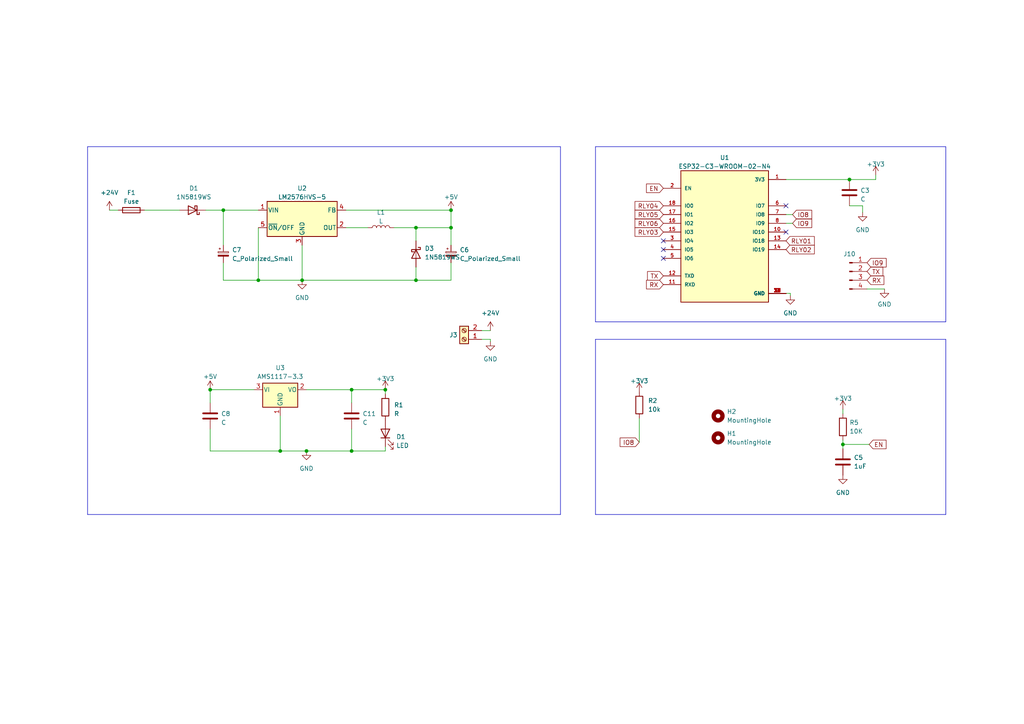
<source format=kicad_sch>
(kicad_sch (version 20230121) (generator eeschema)

  (uuid 39bb8088-cf9b-4329-82f7-4604e9662c38)

  (paper "A4")

  (lib_symbols
    (symbol "Connector:Conn_01x04_Male" (pin_names (offset 1.016) hide) (in_bom yes) (on_board yes)
      (property "Reference" "J" (at 0 5.08 0)
        (effects (font (size 1.27 1.27)))
      )
      (property "Value" "Conn_01x04_Male" (at 0 -7.62 0)
        (effects (font (size 1.27 1.27)))
      )
      (property "Footprint" "" (at 0 0 0)
        (effects (font (size 1.27 1.27)) hide)
      )
      (property "Datasheet" "~" (at 0 0 0)
        (effects (font (size 1.27 1.27)) hide)
      )
      (property "ki_keywords" "connector" (at 0 0 0)
        (effects (font (size 1.27 1.27)) hide)
      )
      (property "ki_description" "Generic connector, single row, 01x04, script generated (kicad-library-utils/schlib/autogen/connector/)" (at 0 0 0)
        (effects (font (size 1.27 1.27)) hide)
      )
      (property "ki_fp_filters" "Connector*:*_1x??_*" (at 0 0 0)
        (effects (font (size 1.27 1.27)) hide)
      )
      (symbol "Conn_01x04_Male_1_1"
        (polyline
          (pts
            (xy 1.27 -5.08)
            (xy 0.8636 -5.08)
          )
          (stroke (width 0.1524) (type default))
          (fill (type none))
        )
        (polyline
          (pts
            (xy 1.27 -2.54)
            (xy 0.8636 -2.54)
          )
          (stroke (width 0.1524) (type default))
          (fill (type none))
        )
        (polyline
          (pts
            (xy 1.27 0)
            (xy 0.8636 0)
          )
          (stroke (width 0.1524) (type default))
          (fill (type none))
        )
        (polyline
          (pts
            (xy 1.27 2.54)
            (xy 0.8636 2.54)
          )
          (stroke (width 0.1524) (type default))
          (fill (type none))
        )
        (rectangle (start 0.8636 -4.953) (end 0 -5.207)
          (stroke (width 0.1524) (type default))
          (fill (type outline))
        )
        (rectangle (start 0.8636 -2.413) (end 0 -2.667)
          (stroke (width 0.1524) (type default))
          (fill (type outline))
        )
        (rectangle (start 0.8636 0.127) (end 0 -0.127)
          (stroke (width 0.1524) (type default))
          (fill (type outline))
        )
        (rectangle (start 0.8636 2.667) (end 0 2.413)
          (stroke (width 0.1524) (type default))
          (fill (type outline))
        )
        (pin passive line (at 5.08 2.54 180) (length 3.81)
          (name "Pin_1" (effects (font (size 1.27 1.27))))
          (number "1" (effects (font (size 1.27 1.27))))
        )
        (pin passive line (at 5.08 0 180) (length 3.81)
          (name "Pin_2" (effects (font (size 1.27 1.27))))
          (number "2" (effects (font (size 1.27 1.27))))
        )
        (pin passive line (at 5.08 -2.54 180) (length 3.81)
          (name "Pin_3" (effects (font (size 1.27 1.27))))
          (number "3" (effects (font (size 1.27 1.27))))
        )
        (pin passive line (at 5.08 -5.08 180) (length 3.81)
          (name "Pin_4" (effects (font (size 1.27 1.27))))
          (number "4" (effects (font (size 1.27 1.27))))
        )
      )
    )
    (symbol "Connector:Screw_Terminal_01x02" (pin_names (offset 1.016) hide) (in_bom yes) (on_board yes)
      (property "Reference" "J" (at 0 2.54 0)
        (effects (font (size 1.27 1.27)))
      )
      (property "Value" "Screw_Terminal_01x02" (at 0 -5.08 0)
        (effects (font (size 1.27 1.27)))
      )
      (property "Footprint" "" (at 0 0 0)
        (effects (font (size 1.27 1.27)) hide)
      )
      (property "Datasheet" "~" (at 0 0 0)
        (effects (font (size 1.27 1.27)) hide)
      )
      (property "ki_keywords" "screw terminal" (at 0 0 0)
        (effects (font (size 1.27 1.27)) hide)
      )
      (property "ki_description" "Generic screw terminal, single row, 01x02, script generated (kicad-library-utils/schlib/autogen/connector/)" (at 0 0 0)
        (effects (font (size 1.27 1.27)) hide)
      )
      (property "ki_fp_filters" "TerminalBlock*:*" (at 0 0 0)
        (effects (font (size 1.27 1.27)) hide)
      )
      (symbol "Screw_Terminal_01x02_1_1"
        (rectangle (start -1.27 1.27) (end 1.27 -3.81)
          (stroke (width 0.254) (type default))
          (fill (type background))
        )
        (circle (center 0 -2.54) (radius 0.635)
          (stroke (width 0.1524) (type default))
          (fill (type none))
        )
        (polyline
          (pts
            (xy -0.5334 -2.2098)
            (xy 0.3302 -3.048)
          )
          (stroke (width 0.1524) (type default))
          (fill (type none))
        )
        (polyline
          (pts
            (xy -0.5334 0.3302)
            (xy 0.3302 -0.508)
          )
          (stroke (width 0.1524) (type default))
          (fill (type none))
        )
        (polyline
          (pts
            (xy -0.3556 -2.032)
            (xy 0.508 -2.8702)
          )
          (stroke (width 0.1524) (type default))
          (fill (type none))
        )
        (polyline
          (pts
            (xy -0.3556 0.508)
            (xy 0.508 -0.3302)
          )
          (stroke (width 0.1524) (type default))
          (fill (type none))
        )
        (circle (center 0 0) (radius 0.635)
          (stroke (width 0.1524) (type default))
          (fill (type none))
        )
        (pin passive line (at -5.08 0 0) (length 3.81)
          (name "Pin_1" (effects (font (size 1.27 1.27))))
          (number "1" (effects (font (size 1.27 1.27))))
        )
        (pin passive line (at -5.08 -2.54 0) (length 3.81)
          (name "Pin_2" (effects (font (size 1.27 1.27))))
          (number "2" (effects (font (size 1.27 1.27))))
        )
      )
    )
    (symbol "Device:C" (pin_numbers hide) (pin_names (offset 0.254)) (in_bom yes) (on_board yes)
      (property "Reference" "C" (at 0.635 2.54 0)
        (effects (font (size 1.27 1.27)) (justify left))
      )
      (property "Value" "C" (at 0.635 -2.54 0)
        (effects (font (size 1.27 1.27)) (justify left))
      )
      (property "Footprint" "" (at 0.9652 -3.81 0)
        (effects (font (size 1.27 1.27)) hide)
      )
      (property "Datasheet" "~" (at 0 0 0)
        (effects (font (size 1.27 1.27)) hide)
      )
      (property "ki_keywords" "cap capacitor" (at 0 0 0)
        (effects (font (size 1.27 1.27)) hide)
      )
      (property "ki_description" "Unpolarized capacitor" (at 0 0 0)
        (effects (font (size 1.27 1.27)) hide)
      )
      (property "ki_fp_filters" "C_*" (at 0 0 0)
        (effects (font (size 1.27 1.27)) hide)
      )
      (symbol "C_0_1"
        (polyline
          (pts
            (xy -2.032 -0.762)
            (xy 2.032 -0.762)
          )
          (stroke (width 0.508) (type default))
          (fill (type none))
        )
        (polyline
          (pts
            (xy -2.032 0.762)
            (xy 2.032 0.762)
          )
          (stroke (width 0.508) (type default))
          (fill (type none))
        )
      )
      (symbol "C_1_1"
        (pin passive line (at 0 3.81 270) (length 2.794)
          (name "~" (effects (font (size 1.27 1.27))))
          (number "1" (effects (font (size 1.27 1.27))))
        )
        (pin passive line (at 0 -3.81 90) (length 2.794)
          (name "~" (effects (font (size 1.27 1.27))))
          (number "2" (effects (font (size 1.27 1.27))))
        )
      )
    )
    (symbol "Device:C_Polarized_Small" (pin_numbers hide) (pin_names (offset 0.254) hide) (in_bom yes) (on_board yes)
      (property "Reference" "C" (at 0.254 1.778 0)
        (effects (font (size 1.27 1.27)) (justify left))
      )
      (property "Value" "C_Polarized_Small" (at 0.254 -2.032 0)
        (effects (font (size 1.27 1.27)) (justify left))
      )
      (property "Footprint" "" (at 0 0 0)
        (effects (font (size 1.27 1.27)) hide)
      )
      (property "Datasheet" "~" (at 0 0 0)
        (effects (font (size 1.27 1.27)) hide)
      )
      (property "ki_keywords" "cap capacitor" (at 0 0 0)
        (effects (font (size 1.27 1.27)) hide)
      )
      (property "ki_description" "Polarized capacitor, small symbol" (at 0 0 0)
        (effects (font (size 1.27 1.27)) hide)
      )
      (property "ki_fp_filters" "CP_*" (at 0 0 0)
        (effects (font (size 1.27 1.27)) hide)
      )
      (symbol "C_Polarized_Small_0_1"
        (rectangle (start -1.524 -0.3048) (end 1.524 -0.6858)
          (stroke (width 0) (type default))
          (fill (type outline))
        )
        (rectangle (start -1.524 0.6858) (end 1.524 0.3048)
          (stroke (width 0) (type default))
          (fill (type none))
        )
        (polyline
          (pts
            (xy -1.27 1.524)
            (xy -0.762 1.524)
          )
          (stroke (width 0) (type default))
          (fill (type none))
        )
        (polyline
          (pts
            (xy -1.016 1.27)
            (xy -1.016 1.778)
          )
          (stroke (width 0) (type default))
          (fill (type none))
        )
      )
      (symbol "C_Polarized_Small_1_1"
        (pin passive line (at 0 2.54 270) (length 1.8542)
          (name "~" (effects (font (size 1.27 1.27))))
          (number "1" (effects (font (size 1.27 1.27))))
        )
        (pin passive line (at 0 -2.54 90) (length 1.8542)
          (name "~" (effects (font (size 1.27 1.27))))
          (number "2" (effects (font (size 1.27 1.27))))
        )
      )
    )
    (symbol "Device:Fuse" (pin_numbers hide) (pin_names (offset 0)) (in_bom yes) (on_board yes)
      (property "Reference" "F" (at 2.032 0 90)
        (effects (font (size 1.27 1.27)))
      )
      (property "Value" "Fuse" (at -1.905 0 90)
        (effects (font (size 1.27 1.27)))
      )
      (property "Footprint" "" (at -1.778 0 90)
        (effects (font (size 1.27 1.27)) hide)
      )
      (property "Datasheet" "~" (at 0 0 0)
        (effects (font (size 1.27 1.27)) hide)
      )
      (property "ki_keywords" "fuse" (at 0 0 0)
        (effects (font (size 1.27 1.27)) hide)
      )
      (property "ki_description" "Fuse" (at 0 0 0)
        (effects (font (size 1.27 1.27)) hide)
      )
      (property "ki_fp_filters" "*Fuse*" (at 0 0 0)
        (effects (font (size 1.27 1.27)) hide)
      )
      (symbol "Fuse_0_1"
        (rectangle (start -0.762 -2.54) (end 0.762 2.54)
          (stroke (width 0.254) (type default))
          (fill (type none))
        )
        (polyline
          (pts
            (xy 0 2.54)
            (xy 0 -2.54)
          )
          (stroke (width 0) (type default))
          (fill (type none))
        )
      )
      (symbol "Fuse_1_1"
        (pin passive line (at 0 3.81 270) (length 1.27)
          (name "~" (effects (font (size 1.27 1.27))))
          (number "1" (effects (font (size 1.27 1.27))))
        )
        (pin passive line (at 0 -3.81 90) (length 1.27)
          (name "~" (effects (font (size 1.27 1.27))))
          (number "2" (effects (font (size 1.27 1.27))))
        )
      )
    )
    (symbol "Device:L" (pin_numbers hide) (pin_names (offset 1.016) hide) (in_bom yes) (on_board yes)
      (property "Reference" "L" (at -1.27 0 90)
        (effects (font (size 1.27 1.27)))
      )
      (property "Value" "L" (at 1.905 0 90)
        (effects (font (size 1.27 1.27)))
      )
      (property "Footprint" "" (at 0 0 0)
        (effects (font (size 1.27 1.27)) hide)
      )
      (property "Datasheet" "~" (at 0 0 0)
        (effects (font (size 1.27 1.27)) hide)
      )
      (property "ki_keywords" "inductor choke coil reactor magnetic" (at 0 0 0)
        (effects (font (size 1.27 1.27)) hide)
      )
      (property "ki_description" "Inductor" (at 0 0 0)
        (effects (font (size 1.27 1.27)) hide)
      )
      (property "ki_fp_filters" "Choke_* *Coil* Inductor_* L_*" (at 0 0 0)
        (effects (font (size 1.27 1.27)) hide)
      )
      (symbol "L_0_1"
        (arc (start 0 -2.54) (mid 0.6323 -1.905) (end 0 -1.27)
          (stroke (width 0) (type default))
          (fill (type none))
        )
        (arc (start 0 -1.27) (mid 0.6323 -0.635) (end 0 0)
          (stroke (width 0) (type default))
          (fill (type none))
        )
        (arc (start 0 0) (mid 0.6323 0.635) (end 0 1.27)
          (stroke (width 0) (type default))
          (fill (type none))
        )
        (arc (start 0 1.27) (mid 0.6323 1.905) (end 0 2.54)
          (stroke (width 0) (type default))
          (fill (type none))
        )
      )
      (symbol "L_1_1"
        (pin passive line (at 0 3.81 270) (length 1.27)
          (name "1" (effects (font (size 1.27 1.27))))
          (number "1" (effects (font (size 1.27 1.27))))
        )
        (pin passive line (at 0 -3.81 90) (length 1.27)
          (name "2" (effects (font (size 1.27 1.27))))
          (number "2" (effects (font (size 1.27 1.27))))
        )
      )
    )
    (symbol "Device:LED" (pin_numbers hide) (pin_names (offset 1.016) hide) (in_bom yes) (on_board yes)
      (property "Reference" "D" (at 0 2.54 0)
        (effects (font (size 1.27 1.27)))
      )
      (property "Value" "LED" (at 0 -2.54 0)
        (effects (font (size 1.27 1.27)))
      )
      (property "Footprint" "" (at 0 0 0)
        (effects (font (size 1.27 1.27)) hide)
      )
      (property "Datasheet" "~" (at 0 0 0)
        (effects (font (size 1.27 1.27)) hide)
      )
      (property "ki_keywords" "LED diode" (at 0 0 0)
        (effects (font (size 1.27 1.27)) hide)
      )
      (property "ki_description" "Light emitting diode" (at 0 0 0)
        (effects (font (size 1.27 1.27)) hide)
      )
      (property "ki_fp_filters" "LED* LED_SMD:* LED_THT:*" (at 0 0 0)
        (effects (font (size 1.27 1.27)) hide)
      )
      (symbol "LED_0_1"
        (polyline
          (pts
            (xy -1.27 -1.27)
            (xy -1.27 1.27)
          )
          (stroke (width 0.254) (type default))
          (fill (type none))
        )
        (polyline
          (pts
            (xy -1.27 0)
            (xy 1.27 0)
          )
          (stroke (width 0) (type default))
          (fill (type none))
        )
        (polyline
          (pts
            (xy 1.27 -1.27)
            (xy 1.27 1.27)
            (xy -1.27 0)
            (xy 1.27 -1.27)
          )
          (stroke (width 0.254) (type default))
          (fill (type none))
        )
        (polyline
          (pts
            (xy -3.048 -0.762)
            (xy -4.572 -2.286)
            (xy -3.81 -2.286)
            (xy -4.572 -2.286)
            (xy -4.572 -1.524)
          )
          (stroke (width 0) (type default))
          (fill (type none))
        )
        (polyline
          (pts
            (xy -1.778 -0.762)
            (xy -3.302 -2.286)
            (xy -2.54 -2.286)
            (xy -3.302 -2.286)
            (xy -3.302 -1.524)
          )
          (stroke (width 0) (type default))
          (fill (type none))
        )
      )
      (symbol "LED_1_1"
        (pin passive line (at -3.81 0 0) (length 2.54)
          (name "K" (effects (font (size 1.27 1.27))))
          (number "1" (effects (font (size 1.27 1.27))))
        )
        (pin passive line (at 3.81 0 180) (length 2.54)
          (name "A" (effects (font (size 1.27 1.27))))
          (number "2" (effects (font (size 1.27 1.27))))
        )
      )
    )
    (symbol "Device:R" (pin_numbers hide) (pin_names (offset 0)) (in_bom yes) (on_board yes)
      (property "Reference" "R" (at 2.032 0 90)
        (effects (font (size 1.27 1.27)))
      )
      (property "Value" "R" (at 0 0 90)
        (effects (font (size 1.27 1.27)))
      )
      (property "Footprint" "" (at -1.778 0 90)
        (effects (font (size 1.27 1.27)) hide)
      )
      (property "Datasheet" "~" (at 0 0 0)
        (effects (font (size 1.27 1.27)) hide)
      )
      (property "ki_keywords" "R res resistor" (at 0 0 0)
        (effects (font (size 1.27 1.27)) hide)
      )
      (property "ki_description" "Resistor" (at 0 0 0)
        (effects (font (size 1.27 1.27)) hide)
      )
      (property "ki_fp_filters" "R_*" (at 0 0 0)
        (effects (font (size 1.27 1.27)) hide)
      )
      (symbol "R_0_1"
        (rectangle (start -1.016 -2.54) (end 1.016 2.54)
          (stroke (width 0.254) (type default))
          (fill (type none))
        )
      )
      (symbol "R_1_1"
        (pin passive line (at 0 3.81 270) (length 1.27)
          (name "~" (effects (font (size 1.27 1.27))))
          (number "1" (effects (font (size 1.27 1.27))))
        )
        (pin passive line (at 0 -3.81 90) (length 1.27)
          (name "~" (effects (font (size 1.27 1.27))))
          (number "2" (effects (font (size 1.27 1.27))))
        )
      )
    )
    (symbol "Diode:1N5819WS" (pin_numbers hide) (pin_names (offset 1.016) hide) (in_bom yes) (on_board yes)
      (property "Reference" "D" (at 0 2.54 0)
        (effects (font (size 1.27 1.27)))
      )
      (property "Value" "1N5819WS" (at 0 -2.54 0)
        (effects (font (size 1.27 1.27)))
      )
      (property "Footprint" "Diode_SMD:D_SOD-323" (at 0 -4.445 0)
        (effects (font (size 1.27 1.27)) hide)
      )
      (property "Datasheet" "https://datasheet.lcsc.com/lcsc/2204281430_Guangdong-Hottech-1N5819WS_C191023.pdf" (at 0 0 0)
        (effects (font (size 1.27 1.27)) hide)
      )
      (property "ki_keywords" "diode Schottky" (at 0 0 0)
        (effects (font (size 1.27 1.27)) hide)
      )
      (property "ki_description" "40V 600mV@1A 1A SOD-323 Schottky Barrier Diodes, SOD-323" (at 0 0 0)
        (effects (font (size 1.27 1.27)) hide)
      )
      (property "ki_fp_filters" "D*SOD?323*" (at 0 0 0)
        (effects (font (size 1.27 1.27)) hide)
      )
      (symbol "1N5819WS_0_1"
        (polyline
          (pts
            (xy 1.27 0)
            (xy -1.27 0)
          )
          (stroke (width 0) (type default))
          (fill (type none))
        )
        (polyline
          (pts
            (xy 1.27 1.27)
            (xy 1.27 -1.27)
            (xy -1.27 0)
            (xy 1.27 1.27)
          )
          (stroke (width 0.254) (type default))
          (fill (type none))
        )
        (polyline
          (pts
            (xy -1.905 0.635)
            (xy -1.905 1.27)
            (xy -1.27 1.27)
            (xy -1.27 -1.27)
            (xy -0.635 -1.27)
            (xy -0.635 -0.635)
          )
          (stroke (width 0.254) (type default))
          (fill (type none))
        )
      )
      (symbol "1N5819WS_1_1"
        (pin passive line (at -3.81 0 0) (length 2.54)
          (name "K" (effects (font (size 1.27 1.27))))
          (number "1" (effects (font (size 1.27 1.27))))
        )
        (pin passive line (at 3.81 0 180) (length 2.54)
          (name "A" (effects (font (size 1.27 1.27))))
          (number "2" (effects (font (size 1.27 1.27))))
        )
      )
    )
    (symbol "ESP32-C3-WROOM-02-N4:ESP32-C3-WROOM-02-N4" (pin_names (offset 1.016)) (in_bom yes) (on_board yes)
      (property "Reference" "U" (at -12.7 21.082 0)
        (effects (font (size 1.27 1.27)) (justify left bottom))
      )
      (property "Value" "ESP32-C3-WROOM-02-N4" (at -12.7 -18.542 0)
        (effects (font (size 1.27 1.27)) (justify left top))
      )
      (property "Footprint" "MODULE_ESP32-C3-WROOM-02-H4" (at 0 0 0)
        (effects (font (size 1.27 1.27)) (justify bottom) hide)
      )
      (property "Datasheet" "" (at 0 0 0)
        (effects (font (size 1.27 1.27)) hide)
      )
      (property "MP" "ESP32-C3-WROOM-02-H4" (at 0 0 0)
        (effects (font (size 1.27 1.27)) (justify bottom) hide)
      )
      (property "AVAILABILITY" "In Stock" (at 0 0 0)
        (effects (font (size 1.27 1.27)) (justify bottom) hide)
      )
      (property "MF" "Espressif Systems" (at 0 0 0)
        (effects (font (size 1.27 1.27)) (justify bottom) hide)
      )
      (property "DESCRIPTION" "WiFi Modules (802.11) (Engineering Samples) SMD module, ESP32-C3, 4MB SPI flash, PCB antenna, -40 C +105 C" (at 0 0 0)
        (effects (font (size 1.27 1.27)) (justify bottom) hide)
      )
      (property "PACKAGE" "Package" (at 0 0 0)
        (effects (font (size 1.27 1.27)) (justify bottom) hide)
      )
      (property "PRICE" "None" (at 0 0 0)
        (effects (font (size 1.27 1.27)) (justify bottom) hide)
      )
      (property "PURCHASE-URL" "https://pricing.snapeda.com/search/part/ESP32-C3-WROOM-02-H4/?ref=eda" (at 0 0 0)
        (effects (font (size 1.27 1.27)) (justify bottom) hide)
      )
      (symbol "ESP32-C3-WROOM-02-N4_0_0"
        (rectangle (start -12.7 -17.78) (end 12.7 20.32)
          (stroke (width 0.254) (type default))
          (fill (type background))
        )
        (pin power_in line (at 17.78 17.78 180) (length 5.08)
          (name "3V3" (effects (font (size 1.016 1.016))))
          (number "1" (effects (font (size 1.016 1.016))))
        )
        (pin bidirectional line (at 17.78 2.54 180) (length 5.08)
          (name "IO10" (effects (font (size 1.016 1.016))))
          (number "10" (effects (font (size 1.016 1.016))))
        )
        (pin bidirectional line (at -17.78 -12.7 0) (length 5.08)
          (name "RXD" (effects (font (size 1.016 1.016))))
          (number "11" (effects (font (size 1.016 1.016))))
        )
        (pin bidirectional line (at -17.78 -10.16 0) (length 5.08)
          (name "TXD" (effects (font (size 1.016 1.016))))
          (number "12" (effects (font (size 1.016 1.016))))
        )
        (pin bidirectional line (at 17.78 0 180) (length 5.08)
          (name "IO18" (effects (font (size 1.016 1.016))))
          (number "13" (effects (font (size 1.016 1.016))))
        )
        (pin bidirectional line (at 17.78 -2.54 180) (length 5.08)
          (name "IO19" (effects (font (size 1.016 1.016))))
          (number "14" (effects (font (size 1.016 1.016))))
        )
        (pin bidirectional line (at -17.78 2.54 0) (length 5.08)
          (name "IO3" (effects (font (size 1.016 1.016))))
          (number "15" (effects (font (size 1.016 1.016))))
        )
        (pin bidirectional line (at -17.78 5.08 0) (length 5.08)
          (name "IO2" (effects (font (size 1.016 1.016))))
          (number "16" (effects (font (size 1.016 1.016))))
        )
        (pin bidirectional line (at -17.78 7.62 0) (length 5.08)
          (name "IO1" (effects (font (size 1.016 1.016))))
          (number "17" (effects (font (size 1.016 1.016))))
        )
        (pin bidirectional line (at -17.78 10.16 0) (length 5.08)
          (name "IO0" (effects (font (size 1.016 1.016))))
          (number "18" (effects (font (size 1.016 1.016))))
        )
        (pin power_in line (at 17.78 -15.24 180) (length 5.08)
          (name "GND" (effects (font (size 1.016 1.016))))
          (number "19" (effects (font (size 1.016 1.016))))
        )
        (pin input line (at -17.78 15.24 0) (length 5.08)
          (name "EN" (effects (font (size 1.016 1.016))))
          (number "2" (effects (font (size 1.016 1.016))))
        )
        (pin power_in line (at 17.78 -15.24 180) (length 5.08)
          (name "GND" (effects (font (size 1.016 1.016))))
          (number "20" (effects (font (size 1.016 1.016))))
        )
        (pin power_in line (at 17.78 -15.24 180) (length 5.08)
          (name "GND" (effects (font (size 1.016 1.016))))
          (number "21" (effects (font (size 1.016 1.016))))
        )
        (pin power_in line (at 17.78 -15.24 180) (length 5.08)
          (name "GND" (effects (font (size 1.016 1.016))))
          (number "22" (effects (font (size 1.016 1.016))))
        )
        (pin power_in line (at 17.78 -15.24 180) (length 5.08)
          (name "GND" (effects (font (size 1.016 1.016))))
          (number "23" (effects (font (size 1.016 1.016))))
        )
        (pin power_in line (at 17.78 -15.24 180) (length 5.08)
          (name "GND" (effects (font (size 1.016 1.016))))
          (number "24" (effects (font (size 1.016 1.016))))
        )
        (pin power_in line (at 17.78 -15.24 180) (length 5.08)
          (name "GND" (effects (font (size 1.016 1.016))))
          (number "25" (effects (font (size 1.016 1.016))))
        )
        (pin power_in line (at 17.78 -15.24 180) (length 5.08)
          (name "GND" (effects (font (size 1.016 1.016))))
          (number "26" (effects (font (size 1.016 1.016))))
        )
        (pin power_in line (at 17.78 -15.24 180) (length 5.08)
          (name "GND" (effects (font (size 1.016 1.016))))
          (number "27" (effects (font (size 1.016 1.016))))
        )
        (pin power_in line (at 17.78 -15.24 180) (length 5.08)
          (name "GND" (effects (font (size 1.016 1.016))))
          (number "28" (effects (font (size 1.016 1.016))))
        )
        (pin power_in line (at 17.78 -15.24 180) (length 5.08)
          (name "GND" (effects (font (size 1.016 1.016))))
          (number "29" (effects (font (size 1.016 1.016))))
        )
        (pin bidirectional line (at -17.78 0 0) (length 5.08)
          (name "IO4" (effects (font (size 1.016 1.016))))
          (number "3" (effects (font (size 1.016 1.016))))
        )
        (pin power_in line (at 17.78 -15.24 180) (length 5.08)
          (name "GND" (effects (font (size 1.016 1.016))))
          (number "30" (effects (font (size 1.016 1.016))))
        )
        (pin power_in line (at 17.78 -15.24 180) (length 5.08)
          (name "GND" (effects (font (size 1.016 1.016))))
          (number "31" (effects (font (size 1.016 1.016))))
        )
        (pin power_in line (at 17.78 -15.24 180) (length 5.08)
          (name "GND" (effects (font (size 1.016 1.016))))
          (number "32" (effects (font (size 1.016 1.016))))
        )
        (pin power_in line (at 17.78 -15.24 180) (length 5.08)
          (name "GND" (effects (font (size 1.016 1.016))))
          (number "33" (effects (font (size 1.016 1.016))))
        )
        (pin power_in line (at 17.78 -15.24 180) (length 5.08)
          (name "GND" (effects (font (size 1.016 1.016))))
          (number "34" (effects (font (size 1.016 1.016))))
        )
        (pin power_in line (at 17.78 -15.24 180) (length 5.08)
          (name "GND" (effects (font (size 1.016 1.016))))
          (number "35" (effects (font (size 1.016 1.016))))
        )
        (pin power_in line (at 17.78 -15.24 180) (length 5.08)
          (name "GND" (effects (font (size 1.016 1.016))))
          (number "36" (effects (font (size 1.016 1.016))))
        )
        (pin power_in line (at 17.78 -15.24 180) (length 5.08)
          (name "GND" (effects (font (size 1.016 1.016))))
          (number "37" (effects (font (size 1.016 1.016))))
        )
        (pin power_in line (at 17.78 -15.24 180) (length 5.08)
          (name "GND" (effects (font (size 1.016 1.016))))
          (number "38" (effects (font (size 1.016 1.016))))
        )
        (pin power_in line (at 17.78 -15.24 180) (length 5.08)
          (name "GND" (effects (font (size 1.016 1.016))))
          (number "39" (effects (font (size 1.016 1.016))))
        )
        (pin bidirectional line (at -17.78 -2.54 0) (length 5.08)
          (name "IO5" (effects (font (size 1.016 1.016))))
          (number "4" (effects (font (size 1.016 1.016))))
        )
        (pin bidirectional line (at -17.78 -5.08 0) (length 5.08)
          (name "IO6" (effects (font (size 1.016 1.016))))
          (number "5" (effects (font (size 1.016 1.016))))
        )
        (pin bidirectional line (at 17.78 10.16 180) (length 5.08)
          (name "IO7" (effects (font (size 1.016 1.016))))
          (number "6" (effects (font (size 1.016 1.016))))
        )
        (pin bidirectional line (at 17.78 7.62 180) (length 5.08)
          (name "IO8" (effects (font (size 1.016 1.016))))
          (number "7" (effects (font (size 1.016 1.016))))
        )
        (pin bidirectional line (at 17.78 5.08 180) (length 5.08)
          (name "IO9" (effects (font (size 1.016 1.016))))
          (number "8" (effects (font (size 1.016 1.016))))
        )
        (pin power_in line (at 17.78 -15.24 180) (length 5.08)
          (name "GND" (effects (font (size 1.016 1.016))))
          (number "9" (effects (font (size 1.016 1.016))))
        )
      )
    )
    (symbol "Mechanical:MountingHole" (pin_names (offset 1.016)) (in_bom yes) (on_board yes)
      (property "Reference" "H" (at 0 5.08 0)
        (effects (font (size 1.27 1.27)))
      )
      (property "Value" "MountingHole" (at 0 3.175 0)
        (effects (font (size 1.27 1.27)))
      )
      (property "Footprint" "" (at 0 0 0)
        (effects (font (size 1.27 1.27)) hide)
      )
      (property "Datasheet" "~" (at 0 0 0)
        (effects (font (size 1.27 1.27)) hide)
      )
      (property "ki_keywords" "mounting hole" (at 0 0 0)
        (effects (font (size 1.27 1.27)) hide)
      )
      (property "ki_description" "Mounting Hole without connection" (at 0 0 0)
        (effects (font (size 1.27 1.27)) hide)
      )
      (property "ki_fp_filters" "MountingHole*" (at 0 0 0)
        (effects (font (size 1.27 1.27)) hide)
      )
      (symbol "MountingHole_0_1"
        (circle (center 0 0) (radius 1.27)
          (stroke (width 1.27) (type default))
          (fill (type none))
        )
      )
    )
    (symbol "Regulator_Linear:AMS1117-3.3" (pin_names (offset 0.254)) (in_bom yes) (on_board yes)
      (property "Reference" "U" (at -3.81 3.175 0)
        (effects (font (size 1.27 1.27)))
      )
      (property "Value" "AMS1117-3.3" (at 0 3.175 0)
        (effects (font (size 1.27 1.27)) (justify left))
      )
      (property "Footprint" "Package_TO_SOT_SMD:SOT-223-3_TabPin2" (at 0 5.08 0)
        (effects (font (size 1.27 1.27)) hide)
      )
      (property "Datasheet" "http://www.advanced-monolithic.com/pdf/ds1117.pdf" (at 2.54 -6.35 0)
        (effects (font (size 1.27 1.27)) hide)
      )
      (property "ki_keywords" "linear regulator ldo fixed positive" (at 0 0 0)
        (effects (font (size 1.27 1.27)) hide)
      )
      (property "ki_description" "1A Low Dropout regulator, positive, 3.3V fixed output, SOT-223" (at 0 0 0)
        (effects (font (size 1.27 1.27)) hide)
      )
      (property "ki_fp_filters" "SOT?223*TabPin2*" (at 0 0 0)
        (effects (font (size 1.27 1.27)) hide)
      )
      (symbol "AMS1117-3.3_0_1"
        (rectangle (start -5.08 -5.08) (end 5.08 1.905)
          (stroke (width 0.254) (type default))
          (fill (type background))
        )
      )
      (symbol "AMS1117-3.3_1_1"
        (pin power_in line (at 0 -7.62 90) (length 2.54)
          (name "GND" (effects (font (size 1.27 1.27))))
          (number "1" (effects (font (size 1.27 1.27))))
        )
        (pin power_out line (at 7.62 0 180) (length 2.54)
          (name "VO" (effects (font (size 1.27 1.27))))
          (number "2" (effects (font (size 1.27 1.27))))
        )
        (pin power_in line (at -7.62 0 0) (length 2.54)
          (name "VI" (effects (font (size 1.27 1.27))))
          (number "3" (effects (font (size 1.27 1.27))))
        )
      )
    )
    (symbol "Regulator_Switching:LM2576HVS-5" (pin_names (offset 0.254)) (in_bom yes) (on_board yes)
      (property "Reference" "U" (at -10.16 6.35 0)
        (effects (font (size 1.27 1.27)) (justify left))
      )
      (property "Value" "LM2576HVS-5" (at 0 6.35 0)
        (effects (font (size 1.27 1.27)) (justify left))
      )
      (property "Footprint" "Package_TO_SOT_SMD:TO-263-5_TabPin3" (at 0 -6.35 0)
        (effects (font (size 1.27 1.27) italic) (justify left) hide)
      )
      (property "Datasheet" "http://www.ti.com/lit/ds/symlink/lm2576.pdf" (at 0 0 0)
        (effects (font (size 1.27 1.27)) hide)
      )
      (property "ki_keywords" "Step-Down Voltage Regulator 5V 3A High Voltage" (at 0 0 0)
        (effects (font (size 1.27 1.27)) hide)
      )
      (property "ki_description" "5V 3A, SIMPLE SWITCHER® Step-Down Voltage Regulator, High Voltage Input, TO-263" (at 0 0 0)
        (effects (font (size 1.27 1.27)) hide)
      )
      (property "ki_fp_filters" "TO?263*" (at 0 0 0)
        (effects (font (size 1.27 1.27)) hide)
      )
      (symbol "LM2576HVS-5_0_1"
        (rectangle (start -10.16 5.08) (end 10.16 -5.08)
          (stroke (width 0.254) (type default))
          (fill (type background))
        )
      )
      (symbol "LM2576HVS-5_1_1"
        (pin power_in line (at -12.7 2.54 0) (length 2.54)
          (name "VIN" (effects (font (size 1.27 1.27))))
          (number "1" (effects (font (size 1.27 1.27))))
        )
        (pin output line (at 12.7 -2.54 180) (length 2.54)
          (name "OUT" (effects (font (size 1.27 1.27))))
          (number "2" (effects (font (size 1.27 1.27))))
        )
        (pin power_in line (at 0 -7.62 90) (length 2.54)
          (name "GND" (effects (font (size 1.27 1.27))))
          (number "3" (effects (font (size 1.27 1.27))))
        )
        (pin input line (at 12.7 2.54 180) (length 2.54)
          (name "FB" (effects (font (size 1.27 1.27))))
          (number "4" (effects (font (size 1.27 1.27))))
        )
        (pin input line (at -12.7 -2.54 0) (length 2.54)
          (name "~{ON}/OFF" (effects (font (size 1.27 1.27))))
          (number "5" (effects (font (size 1.27 1.27))))
        )
      )
    )
    (symbol "power:+24V" (power) (pin_names (offset 0)) (in_bom yes) (on_board yes)
      (property "Reference" "#PWR" (at 0 -3.81 0)
        (effects (font (size 1.27 1.27)) hide)
      )
      (property "Value" "+24V" (at 0 3.556 0)
        (effects (font (size 1.27 1.27)))
      )
      (property "Footprint" "" (at 0 0 0)
        (effects (font (size 1.27 1.27)) hide)
      )
      (property "Datasheet" "" (at 0 0 0)
        (effects (font (size 1.27 1.27)) hide)
      )
      (property "ki_keywords" "power-flag" (at 0 0 0)
        (effects (font (size 1.27 1.27)) hide)
      )
      (property "ki_description" "Power symbol creates a global label with name \"+24V\"" (at 0 0 0)
        (effects (font (size 1.27 1.27)) hide)
      )
      (symbol "+24V_0_1"
        (polyline
          (pts
            (xy -0.762 1.27)
            (xy 0 2.54)
          )
          (stroke (width 0) (type default))
          (fill (type none))
        )
        (polyline
          (pts
            (xy 0 0)
            (xy 0 2.54)
          )
          (stroke (width 0) (type default))
          (fill (type none))
        )
        (polyline
          (pts
            (xy 0 2.54)
            (xy 0.762 1.27)
          )
          (stroke (width 0) (type default))
          (fill (type none))
        )
      )
      (symbol "+24V_1_1"
        (pin power_in line (at 0 0 90) (length 0) hide
          (name "+24V" (effects (font (size 1.27 1.27))))
          (number "1" (effects (font (size 1.27 1.27))))
        )
      )
    )
    (symbol "power:+3V3" (power) (pin_names (offset 0)) (in_bom yes) (on_board yes)
      (property "Reference" "#PWR" (at 0 -3.81 0)
        (effects (font (size 1.27 1.27)) hide)
      )
      (property "Value" "+3V3" (at 0 3.556 0)
        (effects (font (size 1.27 1.27)))
      )
      (property "Footprint" "" (at 0 0 0)
        (effects (font (size 1.27 1.27)) hide)
      )
      (property "Datasheet" "" (at 0 0 0)
        (effects (font (size 1.27 1.27)) hide)
      )
      (property "ki_keywords" "power-flag" (at 0 0 0)
        (effects (font (size 1.27 1.27)) hide)
      )
      (property "ki_description" "Power symbol creates a global label with name \"+3V3\"" (at 0 0 0)
        (effects (font (size 1.27 1.27)) hide)
      )
      (symbol "+3V3_0_1"
        (polyline
          (pts
            (xy -0.762 1.27)
            (xy 0 2.54)
          )
          (stroke (width 0) (type default))
          (fill (type none))
        )
        (polyline
          (pts
            (xy 0 0)
            (xy 0 2.54)
          )
          (stroke (width 0) (type default))
          (fill (type none))
        )
        (polyline
          (pts
            (xy 0 2.54)
            (xy 0.762 1.27)
          )
          (stroke (width 0) (type default))
          (fill (type none))
        )
      )
      (symbol "+3V3_1_1"
        (pin power_in line (at 0 0 90) (length 0) hide
          (name "+3V3" (effects (font (size 1.27 1.27))))
          (number "1" (effects (font (size 1.27 1.27))))
        )
      )
    )
    (symbol "power:+5V" (power) (pin_names (offset 0)) (in_bom yes) (on_board yes)
      (property "Reference" "#PWR" (at 0 -3.81 0)
        (effects (font (size 1.27 1.27)) hide)
      )
      (property "Value" "+5V" (at 0 3.556 0)
        (effects (font (size 1.27 1.27)))
      )
      (property "Footprint" "" (at 0 0 0)
        (effects (font (size 1.27 1.27)) hide)
      )
      (property "Datasheet" "" (at 0 0 0)
        (effects (font (size 1.27 1.27)) hide)
      )
      (property "ki_keywords" "power-flag" (at 0 0 0)
        (effects (font (size 1.27 1.27)) hide)
      )
      (property "ki_description" "Power symbol creates a global label with name \"+5V\"" (at 0 0 0)
        (effects (font (size 1.27 1.27)) hide)
      )
      (symbol "+5V_0_1"
        (polyline
          (pts
            (xy -0.762 1.27)
            (xy 0 2.54)
          )
          (stroke (width 0) (type default))
          (fill (type none))
        )
        (polyline
          (pts
            (xy 0 0)
            (xy 0 2.54)
          )
          (stroke (width 0) (type default))
          (fill (type none))
        )
        (polyline
          (pts
            (xy 0 2.54)
            (xy 0.762 1.27)
          )
          (stroke (width 0) (type default))
          (fill (type none))
        )
      )
      (symbol "+5V_1_1"
        (pin power_in line (at 0 0 90) (length 0) hide
          (name "+5V" (effects (font (size 1.27 1.27))))
          (number "1" (effects (font (size 1.27 1.27))))
        )
      )
    )
    (symbol "power:GND" (power) (pin_names (offset 0)) (in_bom yes) (on_board yes)
      (property "Reference" "#PWR" (at 0 -6.35 0)
        (effects (font (size 1.27 1.27)) hide)
      )
      (property "Value" "GND" (at 0 -3.81 0)
        (effects (font (size 1.27 1.27)))
      )
      (property "Footprint" "" (at 0 0 0)
        (effects (font (size 1.27 1.27)) hide)
      )
      (property "Datasheet" "" (at 0 0 0)
        (effects (font (size 1.27 1.27)) hide)
      )
      (property "ki_keywords" "power-flag" (at 0 0 0)
        (effects (font (size 1.27 1.27)) hide)
      )
      (property "ki_description" "Power symbol creates a global label with name \"GND\" , ground" (at 0 0 0)
        (effects (font (size 1.27 1.27)) hide)
      )
      (symbol "GND_0_1"
        (polyline
          (pts
            (xy 0 0)
            (xy 0 -1.27)
            (xy 1.27 -1.27)
            (xy 0 -2.54)
            (xy -1.27 -1.27)
            (xy 0 -1.27)
          )
          (stroke (width 0) (type default))
          (fill (type none))
        )
      )
      (symbol "GND_1_1"
        (pin power_in line (at 0 0 270) (length 0) hide
          (name "GND" (effects (font (size 1.27 1.27))))
          (number "1" (effects (font (size 1.27 1.27))))
        )
      )
    )
  )

  (junction (at 81.28 130.81) (diameter 0) (color 0 0 0 0)
    (uuid 057850f4-3974-4284-9d5b-47bbb0c67b52)
  )
  (junction (at 111.76 113.03) (diameter 0) (color 0 0 0 0)
    (uuid 3a9c2bba-c74f-4e79-8966-918438dd47c2)
  )
  (junction (at 74.93 81.28) (diameter 0) (color 0 0 0 0)
    (uuid 4d4d28ca-4111-4844-bfaf-ce13ab23ebf5)
  )
  (junction (at 130.81 60.96) (diameter 0) (color 0 0 0 0)
    (uuid 6cce8f42-f254-4b85-b217-66262e781f5f)
  )
  (junction (at 60.96 113.03) (diameter 0) (color 0 0 0 0)
    (uuid 789c456d-630c-4387-a601-f8d0aee4840c)
  )
  (junction (at 120.65 66.04) (diameter 0) (color 0 0 0 0)
    (uuid 7d06a0f3-869e-486a-b6bd-5d498f67d131)
  )
  (junction (at 246.38 52.07) (diameter 0) (color 0 0 0 0)
    (uuid 823ab99f-d3cf-4b36-af64-a5c934ca0da3)
  )
  (junction (at 64.77 60.96) (diameter 0) (color 0 0 0 0)
    (uuid 852191e4-76af-4ba6-911d-dbde8fc1e85c)
  )
  (junction (at 130.81 66.04) (diameter 0) (color 0 0 0 0)
    (uuid 86b4e466-d11b-4387-a289-d96abd4f7e8a)
  )
  (junction (at 88.9 130.81) (diameter 0) (color 0 0 0 0)
    (uuid 883f32e9-135e-42a0-a67b-561081a3a3d2)
  )
  (junction (at 101.9811 130.81) (diameter 0) (color 0 0 0 0)
    (uuid 8b2349d3-28e9-4856-8a27-7c4ae449b0c7)
  )
  (junction (at 120.65 81.28) (diameter 0) (color 0 0 0 0)
    (uuid a2a2a1db-8bf6-4c1f-90e4-17c384cc863f)
  )
  (junction (at 101.9811 113.03) (diameter 0) (color 0 0 0 0)
    (uuid bb9e4c9b-9e03-4389-94df-d53d807d0859)
  )
  (junction (at 244.475 128.905) (diameter 0) (color 0 0 0 0)
    (uuid db811e2f-f05c-4256-aa4d-02e25efd121c)
  )
  (junction (at 87.63 81.28) (diameter 0) (color 0 0 0 0)
    (uuid f78616c0-176d-4575-a0eb-928d6223b9a2)
  )

  (no_connect (at 192.405 74.93) (uuid 3a73dbd2-5ef4-4c16-819f-66bc69bad708))
  (no_connect (at 192.405 69.85) (uuid 47149851-cea9-453b-9bdf-b3ffb99760f7))
  (no_connect (at 227.965 59.69) (uuid 55ecd2b2-790b-4c9f-966e-2a632602b160))
  (no_connect (at 227.965 67.31) (uuid b8a4e5a7-ea65-4904-929b-38d03cdfe72f))
  (no_connect (at 192.405 72.39) (uuid d3c3e5ac-9045-4326-ac30-2238719e3e77))

  (polyline (pts (xy 25.4 42.545) (xy 162.56 42.545))
    (stroke (width 0) (type default))
    (uuid 02565492-a365-4285-aa24-523a231fc722)
  )

  (wire (pts (xy 120.65 77.47) (xy 120.65 81.28))
    (stroke (width 0) (type default))
    (uuid 10afc5e6-a6f7-4b53-b263-d11ac87edeaf)
  )
  (wire (pts (xy 229.235 85.09) (xy 227.965 85.09))
    (stroke (width 0) (type default))
    (uuid 13423fce-6a81-4186-b651-1fadd10b62bb)
  )
  (wire (pts (xy 64.77 81.28) (xy 64.77 76.2))
    (stroke (width 0) (type default))
    (uuid 13aee636-9046-4ad2-9cdb-8b567166081f)
  )
  (wire (pts (xy 244.475 127.635) (xy 244.475 128.905))
    (stroke (width 0) (type default))
    (uuid 142392f9-c316-4ebb-8413-b715130d694f)
  )
  (wire (pts (xy 101.9811 130.81) (xy 111.76 130.81))
    (stroke (width 0) (type default))
    (uuid 1ae0f7e6-e9f1-4913-81a6-3fe17e6a3e1b)
  )
  (polyline (pts (xy 172.72 42.545) (xy 172.72 93.345))
    (stroke (width 0) (type default))
    (uuid 1bc8817c-f55b-4950-84bb-d981c21992db)
  )
  (polyline (pts (xy 162.56 42.545) (xy 162.56 149.225))
    (stroke (width 0) (type default))
    (uuid 1c5308b0-298d-4de9-a7f6-cc05ea77db3c)
  )

  (wire (pts (xy 88.9 130.81) (xy 101.9811 130.81))
    (stroke (width 0) (type default))
    (uuid 289ab933-2ce4-47f1-a841-b2cebbcab44a)
  )
  (polyline (pts (xy 172.72 42.545) (xy 274.32 42.545))
    (stroke (width 0) (type default))
    (uuid 28bd761f-60b5-41f9-b97a-ef9ca06bf78c)
  )
  (polyline (pts (xy 274.32 42.545) (xy 274.32 93.345))
    (stroke (width 0) (type default))
    (uuid 2f3016ed-a6f4-4a15-bb63-e080d938b232)
  )

  (wire (pts (xy 130.81 66.04) (xy 130.81 71.12))
    (stroke (width 0) (type default))
    (uuid 2fa67f5d-ea2f-4d41-9c24-1b90d85a4f32)
  )
  (wire (pts (xy 139.7 98.425) (xy 142.24 98.425))
    (stroke (width 0) (type default))
    (uuid 3b73748d-09cb-4c15-8b23-a2083aabe7d1)
  )
  (wire (pts (xy 256.54 83.82) (xy 251.46 83.82))
    (stroke (width 0) (type default))
    (uuid 45fb8a92-2f2f-4753-97a1-36406dbe21e3)
  )
  (polyline (pts (xy 274.32 93.345) (xy 172.72 93.345))
    (stroke (width 0) (type default))
    (uuid 4611f071-9e22-4d55-afc8-d477515ff5a7)
  )

  (wire (pts (xy 120.65 66.04) (xy 120.65 69.85))
    (stroke (width 0) (type default))
    (uuid 47763d92-cbff-4f92-b893-66e8baeccb8d)
  )
  (wire (pts (xy 64.77 60.96) (xy 74.93 60.96))
    (stroke (width 0) (type default))
    (uuid 4a68dacf-0655-4166-920a-f4c6e7e42d00)
  )
  (wire (pts (xy 130.81 60.96) (xy 130.81 66.04))
    (stroke (width 0) (type default))
    (uuid 4d9387d3-482d-4dc1-b4bc-3808fe2b369a)
  )
  (polyline (pts (xy 274.32 149.225) (xy 172.72 149.225))
    (stroke (width 0) (type default))
    (uuid 4f2df55e-e6a3-42f6-8836-e1b7f8bf639a)
  )

  (wire (pts (xy 87.63 71.12) (xy 87.63 81.28))
    (stroke (width 0) (type default))
    (uuid 542c2c57-5605-4bd1-914f-719655058b41)
  )
  (wire (pts (xy 64.77 60.96) (xy 64.77 71.12))
    (stroke (width 0) (type default))
    (uuid 5517663d-14cf-44e8-8ae4-b2ff248f6af2)
  )
  (polyline (pts (xy 25.4 42.545) (xy 25.4 149.225))
    (stroke (width 0) (type default))
    (uuid 595ab736-2979-4d9a-938a-97b4f9187297)
  )

  (wire (pts (xy 142.24 98.425) (xy 142.24 99.06))
    (stroke (width 0) (type default))
    (uuid 5d58b323-977e-4cd2-afda-67159c81a9db)
  )
  (wire (pts (xy 244.475 118.745) (xy 244.475 120.015))
    (stroke (width 0) (type default))
    (uuid 5e232851-24cc-432b-b6fc-da382d20eea7)
  )
  (wire (pts (xy 41.91 60.96) (xy 52.07 60.96))
    (stroke (width 0) (type default))
    (uuid 6275224e-0e96-4afe-8030-f817dbde423b)
  )
  (wire (pts (xy 88.9 113.03) (xy 101.9811 113.03))
    (stroke (width 0) (type default))
    (uuid 62bc5024-8b72-4221-9340-a9fef360d16b)
  )
  (wire (pts (xy 100.33 66.04) (xy 106.68 66.04))
    (stroke (width 0) (type default))
    (uuid 73bb2955-da34-491f-807f-01917c9d2b1d)
  )
  (wire (pts (xy 74.93 81.28) (xy 64.77 81.28))
    (stroke (width 0) (type default))
    (uuid 77d3791f-21b0-4e9c-99ca-78674b0fe06d)
  )
  (wire (pts (xy 87.63 81.28) (xy 120.65 81.28))
    (stroke (width 0) (type default))
    (uuid 7bd92181-ea8b-4d6b-9a92-67a0e0b440fd)
  )
  (wire (pts (xy 74.93 81.28) (xy 87.63 81.28))
    (stroke (width 0) (type default))
    (uuid 7d7a2424-eaf4-44a6-803d-43023d7214ef)
  )
  (wire (pts (xy 250.19 61.595) (xy 250.19 59.69))
    (stroke (width 0) (type default))
    (uuid 84d16b34-b7e9-40fc-806d-6d2c3046e950)
  )
  (wire (pts (xy 60.96 113.03) (xy 60.96 116.84))
    (stroke (width 0) (type default))
    (uuid 8b72820c-0f18-4842-bb99-6e58a62414e8)
  )
  (wire (pts (xy 244.475 128.905) (xy 244.475 130.175))
    (stroke (width 0) (type default))
    (uuid 8e4d2917-f682-4d7d-9776-c4b1139f7ef8)
  )
  (wire (pts (xy 60.96 130.81) (xy 81.28 130.81))
    (stroke (width 0) (type default))
    (uuid 8f7272b8-5c80-451c-981d-06def42db2e5)
  )
  (wire (pts (xy 120.65 81.28) (xy 130.81 81.28))
    (stroke (width 0) (type default))
    (uuid 90f055e9-37b4-4e53-8d6c-12663c2bc78e)
  )
  (wire (pts (xy 254 50.8) (xy 254 52.07))
    (stroke (width 0) (type default))
    (uuid a036a075-bab5-416f-8a4e-8bf3f7d9d7eb)
  )
  (wire (pts (xy 31.75 60.96) (xy 34.29 60.96))
    (stroke (width 0) (type default))
    (uuid a6b6fc16-7b33-4cbc-96ea-9b5023a3addc)
  )
  (wire (pts (xy 185.42 128.27) (xy 185.42 121.285))
    (stroke (width 0) (type default))
    (uuid a7795b63-3d0b-4be8-a13a-fa7d1e3446a1)
  )
  (wire (pts (xy 81.28 130.81) (xy 88.9 130.81))
    (stroke (width 0) (type default))
    (uuid a9c9a39c-035a-4ebd-9595-240b6941ff33)
  )
  (wire (pts (xy 111.76 113.03) (xy 111.76 114.3))
    (stroke (width 0) (type default))
    (uuid ab164ea0-8e1b-4478-9d38-16984f8e29b4)
  )
  (wire (pts (xy 101.9811 116.8354) (xy 101.9811 113.03))
    (stroke (width 0) (type default))
    (uuid adc275b9-3098-4299-aeb2-170f47f41b54)
  )
  (wire (pts (xy 227.965 62.23) (xy 229.87 62.23))
    (stroke (width 0) (type default))
    (uuid adcc74e4-ea6c-492b-a9a5-28b93a9aad3d)
  )
  (wire (pts (xy 111.76 130.81) (xy 111.76 129.54))
    (stroke (width 0) (type default))
    (uuid ae866b0e-c17c-423b-a604-b21c695ffdf0)
  )
  (wire (pts (xy 246.38 52.07) (xy 227.965 52.07))
    (stroke (width 0) (type default))
    (uuid af1fb71b-b345-42b5-b356-2b60dcde6afa)
  )
  (wire (pts (xy 74.93 66.04) (xy 74.93 81.28))
    (stroke (width 0) (type default))
    (uuid b49145c9-9e20-4733-b050-525515f97d9f)
  )
  (wire (pts (xy 81.28 120.65) (xy 81.28 130.81))
    (stroke (width 0) (type default))
    (uuid bd5c7ce3-12a7-4225-8951-1dbf7671972f)
  )
  (wire (pts (xy 229.235 85.725) (xy 229.235 85.09))
    (stroke (width 0) (type default))
    (uuid c9ffdf4c-a9f6-4273-b3ac-f0228cdc26b9)
  )
  (wire (pts (xy 254 52.07) (xy 246.38 52.07))
    (stroke (width 0) (type default))
    (uuid cc783561-f282-426a-900a-5890a012cfd9)
  )
  (wire (pts (xy 60.96 113.03) (xy 73.66 113.03))
    (stroke (width 0) (type default))
    (uuid d0b8e759-e84e-412a-b9ed-a4fee579b9db)
  )
  (polyline (pts (xy 172.72 98.425) (xy 274.32 98.425))
    (stroke (width 0) (type default))
    (uuid d1b0c004-d6b7-4410-9152-096ecbcaf102)
  )

  (wire (pts (xy 139.7 95.885) (xy 142.24 95.885))
    (stroke (width 0) (type default))
    (uuid d2e311cf-4038-48b0-a1fc-1eadee968a0e)
  )
  (wire (pts (xy 114.3 66.04) (xy 120.65 66.04))
    (stroke (width 0) (type default))
    (uuid d53004b9-f8a4-46fa-b022-3819c0ab2698)
  )
  (polyline (pts (xy 274.32 98.425) (xy 274.32 149.225))
    (stroke (width 0) (type default))
    (uuid d55dc5fa-acf1-4069-b260-98822bacd08d)
  )

  (wire (pts (xy 250.19 59.69) (xy 246.38 59.69))
    (stroke (width 0) (type default))
    (uuid d7551654-8dd8-4134-a18d-eae9cc7962af)
  )
  (wire (pts (xy 120.65 66.04) (xy 130.81 66.04))
    (stroke (width 0) (type default))
    (uuid d9a7bcbc-fa30-4326-b4ab-5dcf4e506098)
  )
  (polyline (pts (xy 162.56 149.225) (xy 25.4 149.225))
    (stroke (width 0) (type default))
    (uuid da0af177-35eb-443a-8308-1b2651acda29)
  )

  (wire (pts (xy 227.965 64.77) (xy 229.87 64.77))
    (stroke (width 0) (type default))
    (uuid dbcfb04a-6779-4b38-b270-86106889c19f)
  )
  (wire (pts (xy 252.095 128.905) (xy 244.475 128.905))
    (stroke (width 0) (type default))
    (uuid dec5272f-53df-4f49-81af-35a33cd4e83f)
  )
  (wire (pts (xy 60.96 124.46) (xy 60.96 130.81))
    (stroke (width 0) (type default))
    (uuid df641fa7-78d1-44e4-88cd-a9d725f56e8a)
  )
  (wire (pts (xy 59.69 60.96) (xy 64.77 60.96))
    (stroke (width 0) (type default))
    (uuid e078fd4a-eaa5-4285-b5f1-f3a0e78a5e64)
  )
  (polyline (pts (xy 172.72 98.425) (xy 172.72 149.225))
    (stroke (width 0) (type default))
    (uuid e15c6b81-5821-4587-bf6d-a869bbeb418d)
  )

  (wire (pts (xy 100.33 60.96) (xy 130.81 60.96))
    (stroke (width 0) (type default))
    (uuid ea83675c-5c9e-463b-98bc-54950b528b23)
  )
  (wire (pts (xy 101.9811 124.4554) (xy 101.9811 130.81))
    (stroke (width 0) (type default))
    (uuid f03371ed-c27b-4ace-a061-85af8ebac94b)
  )
  (wire (pts (xy 101.9811 113.03) (xy 111.76 113.03))
    (stroke (width 0) (type default))
    (uuid f7760b53-a391-408b-b0c2-93e90f641902)
  )
  (wire (pts (xy 130.81 81.28) (xy 130.81 76.2))
    (stroke (width 0) (type default))
    (uuid fff8d9be-4b69-4b3e-911c-22013147be95)
  )

  (global_label "IO8" (shape input) (at 229.87 62.23 0) (fields_autoplaced)
    (effects (font (size 1.27 1.27)) (justify left))
    (uuid 099ec44a-0fb2-4202-8a8c-3ec9f4cc8e69)
    (property "Intersheetrefs" "${INTERSHEET_REFS}" (at 236 62.23 0)
      (effects (font (size 1.27 1.27)) (justify left) hide)
    )
  )
  (global_label "IO8" (shape input) (at 185.42 128.27 180) (fields_autoplaced)
    (effects (font (size 1.27 1.27)) (justify right))
    (uuid 10469beb-86c7-4017-a429-9e1ada918498)
    (property "Intersheetrefs" "${INTERSHEET_REFS}" (at 179.3694 128.27 0)
      (effects (font (size 1.27 1.27)) (justify right) hide)
    )
  )
  (global_label "RLY03" (shape input) (at 192.405 67.31 180) (fields_autoplaced)
    (effects (font (size 1.27 1.27)) (justify right))
    (uuid 19a1d361-5746-4e5b-9b27-26d2a0fda0cf)
    (property "Intersheetrefs" "${INTERSHEET_REFS}" (at 183.6935 67.31 0)
      (effects (font (size 1.27 1.27)) (justify right) hide)
    )
  )
  (global_label "RX" (shape input) (at 192.405 82.55 180) (fields_autoplaced)
    (effects (font (size 1.27 1.27)) (justify right))
    (uuid 2025ef65-464c-46e3-9d14-1fb1fd4dd7bf)
    (property "Intersheetrefs" "${INTERSHEET_REFS}" (at 187.0197 82.55 0)
      (effects (font (size 1.27 1.27)) (justify right) hide)
    )
  )
  (global_label "RLY04" (shape input) (at 192.405 59.69 180) (fields_autoplaced)
    (effects (font (size 1.27 1.27)) (justify right))
    (uuid 3070f4f9-6a19-465f-b660-359e84059d30)
    (property "Intersheetrefs" "${INTERSHEET_REFS}" (at 183.6935 59.69 0)
      (effects (font (size 1.27 1.27)) (justify right) hide)
    )
  )
  (global_label "RX" (shape input) (at 251.46 81.28 0) (fields_autoplaced)
    (effects (font (size 1.27 1.27)) (justify left))
    (uuid 4da4fe48-514c-4500-b17b-c3214fde86b0)
    (property "Intersheetrefs" "${INTERSHEET_REFS}" (at 256.8453 81.28 0)
      (effects (font (size 1.27 1.27)) (justify left) hide)
    )
  )
  (global_label "TX" (shape input) (at 251.46 78.74 0) (fields_autoplaced)
    (effects (font (size 1.27 1.27)) (justify left))
    (uuid 523e5884-2dda-47b2-8330-f3e7eb8b1cd2)
    (property "Intersheetrefs" "${INTERSHEET_REFS}" (at 256.5429 78.74 0)
      (effects (font (size 1.27 1.27)) (justify left) hide)
    )
  )
  (global_label "RLY02" (shape input) (at 227.965 72.39 0) (fields_autoplaced)
    (effects (font (size 1.27 1.27)) (justify left))
    (uuid 9abbb37d-dbaf-4ae5-8f2a-4eb468b8dd07)
    (property "Intersheetrefs" "${INTERSHEET_REFS}" (at 236.7559 72.39 0)
      (effects (font (size 1.27 1.27)) (justify left) hide)
    )
  )
  (global_label "IO9" (shape input) (at 229.87 64.77 0) (fields_autoplaced)
    (effects (font (size 1.27 1.27)) (justify left))
    (uuid a3e1116a-a6aa-491e-bb60-1d9dd97ef2f4)
    (property "Intersheetrefs" "${INTERSHEET_REFS}" (at 236 64.77 0)
      (effects (font (size 1.27 1.27)) (justify left) hide)
    )
  )
  (global_label "IO9" (shape input) (at 251.46 76.2 0) (fields_autoplaced)
    (effects (font (size 1.27 1.27)) (justify left))
    (uuid abc14353-5e9f-4c2f-bec4-04408091bd24)
    (property "Intersheetrefs" "${INTERSHEET_REFS}" (at 257.5106 76.2 0)
      (effects (font (size 1.27 1.27)) (justify left) hide)
    )
  )
  (global_label "RLY06" (shape input) (at 192.405 64.77 180) (fields_autoplaced)
    (effects (font (size 1.27 1.27)) (justify right))
    (uuid ae440f94-8e25-4ac1-8767-8754769a5457)
    (property "Intersheetrefs" "${INTERSHEET_REFS}" (at 183.6141 64.77 0)
      (effects (font (size 1.27 1.27)) (justify right) hide)
    )
  )
  (global_label "EN" (shape input) (at 192.405 54.61 180) (fields_autoplaced)
    (effects (font (size 1.27 1.27)) (justify right))
    (uuid b6f0d3f4-3cdd-4528-be85-bd9d5fa763fd)
    (property "Intersheetrefs" "${INTERSHEET_REFS}" (at 187.0197 54.61 0)
      (effects (font (size 1.27 1.27)) (justify right) hide)
    )
  )
  (global_label "RLY05" (shape input) (at 192.405 62.23 180) (fields_autoplaced)
    (effects (font (size 1.27 1.27)) (justify right))
    (uuid bab017bb-6ec1-475b-a916-16e4dbe1fb76)
    (property "Intersheetrefs" "${INTERSHEET_REFS}" (at 183.6141 62.23 0)
      (effects (font (size 1.27 1.27)) (justify right) hide)
    )
  )
  (global_label "EN" (shape input) (at 252.095 128.905 0) (fields_autoplaced)
    (effects (font (size 1.27 1.27)) (justify left))
    (uuid bf037235-332c-46ac-b7c8-8fbcdcc0eae1)
    (property "Intersheetrefs" "${INTERSHEET_REFS}" (at 257.4803 128.905 0)
      (effects (font (size 1.27 1.27)) (justify left) hide)
    )
  )
  (global_label "TX" (shape input) (at 192.405 80.01 180) (fields_autoplaced)
    (effects (font (size 1.27 1.27)) (justify right))
    (uuid dd1a8bda-7012-498a-86a8-b8d56d041e79)
    (property "Intersheetrefs" "${INTERSHEET_REFS}" (at 187.3221 80.01 0)
      (effects (font (size 1.27 1.27)) (justify right) hide)
    )
  )
  (global_label "RLY01" (shape input) (at 227.965 69.85 0) (fields_autoplaced)
    (effects (font (size 1.27 1.27)) (justify left))
    (uuid ff7603f3-5a40-46b5-ad81-c5cdf79483bc)
    (property "Intersheetrefs" "${INTERSHEET_REFS}" (at 236.7559 69.85 0)
      (effects (font (size 1.27 1.27)) (justify left) hide)
    )
  )

  (symbol (lib_id "power:GND") (at 244.475 137.795 0) (unit 1)
    (in_bom yes) (on_board yes) (dnp no) (fields_autoplaced)
    (uuid 007e0a44-fc27-449a-b749-86e8acf1c168)
    (property "Reference" "#PWR05" (at 244.475 144.145 0)
      (effects (font (size 1.27 1.27)) hide)
    )
    (property "Value" "GND" (at 244.475 142.875 0)
      (effects (font (size 1.27 1.27)))
    )
    (property "Footprint" "" (at 244.475 137.795 0)
      (effects (font (size 1.27 1.27)) hide)
    )
    (property "Datasheet" "" (at 244.475 137.795 0)
      (effects (font (size 1.27 1.27)) hide)
    )
    (pin "1" (uuid 1f89c11e-e4bc-4cac-802a-2355a4e338c6))
    (instances
      (project "099_Esp32_C3_Lm2576"
        (path "/0dd96246-d4d4-4c0d-858b-5240e7f4d07e"
          (reference "#PWR05") (unit 1)
        )
      )
      (project "16_relay_c3_lm2576"
        (path "/5e3ebd6c-32bd-44bb-97aa-6a80058c389b/34acddbb-ebf9-4371-800d-631a0c391377"
          (reference "#PWR014") (unit 1)
        )
      )
      (project "18_RELAY_EC_1015"
        (path "/cb52ac7c-96c4-4f83-ac0f-eb80c46457be/c50d3122-73f2-4bc9-807d-97e54db243e6"
          (reference "#PWR032") (unit 1)
        )
      )
    )
  )

  (symbol (lib_id "Connector:Screw_Terminal_01x02") (at 134.62 98.425 180) (unit 1)
    (in_bom yes) (on_board yes) (dnp no)
    (uuid 0afacf82-a70a-43a9-85ef-6e1e7b69a627)
    (property "Reference" "J3" (at 132.715 97.155 0)
      (effects (font (size 1.27 1.27)) (justify left))
    )
    (property "Value" "Screw_Terminal_01x02" (at 132.08 95.25 0)
      (effects (font (size 1.27 1.27)) (justify left) hide)
    )
    (property "Footprint" "TerminalBlock:TerminalBlock_bornier-2_P5.08mm" (at 134.62 98.425 0)
      (effects (font (size 1.27 1.27)) hide)
    )
    (property "Datasheet" "~" (at 134.62 98.425 0)
      (effects (font (size 1.27 1.27)) hide)
    )
    (pin "1" (uuid 7605f510-9dbc-46f6-82ef-80ceeca90142))
    (pin "2" (uuid f69dbdd9-1460-41e1-bed3-7982a16062af))
    (instances
      (project "099_Esp32_C3_Lm2576"
        (path "/0dd96246-d4d4-4c0d-858b-5240e7f4d07e"
          (reference "J3") (unit 1)
        )
      )
      (project "16_relay_c3_lm2576"
        (path "/5e3ebd6c-32bd-44bb-97aa-6a80058c389b/34acddbb-ebf9-4371-800d-631a0c391377"
          (reference "J1") (unit 1)
        )
      )
      (project "18_RELAY_EC_1015"
        (path "/cb52ac7c-96c4-4f83-ac0f-eb80c46457be/c50d3122-73f2-4bc9-807d-97e54db243e6"
          (reference "J7") (unit 1)
        )
      )
    )
  )

  (symbol (lib_id "Device:C") (at 101.9811 120.6454 0) (unit 1)
    (in_bom yes) (on_board yes) (dnp no) (fields_autoplaced)
    (uuid 0e56d701-ceed-4184-b054-a07a9dc36833)
    (property "Reference" "C11" (at 105.1561 120.0104 0)
      (effects (font (size 1.27 1.27)) (justify left))
    )
    (property "Value" "C" (at 105.1561 122.5504 0)
      (effects (font (size 1.27 1.27)) (justify left))
    )
    (property "Footprint" "Capacitor_SMD:C_0805_2012Metric" (at 102.9463 124.4554 0)
      (effects (font (size 1.27 1.27)) hide)
    )
    (property "Datasheet" "~" (at 101.9811 120.6454 0)
      (effects (font (size 1.27 1.27)) hide)
    )
    (pin "1" (uuid 94a9d9c5-eca5-46e2-839c-b632ac3dd907))
    (pin "2" (uuid 347638b4-82f8-4eac-9adc-630d85b070a6))
    (instances
      (project "099_Esp32_C3_Lm2576"
        (path "/0dd96246-d4d4-4c0d-858b-5240e7f4d07e"
          (reference "C11") (unit 1)
        )
      )
      (project "16_relay_c3_lm2576"
        (path "/5e3ebd6c-32bd-44bb-97aa-6a80058c389b/34acddbb-ebf9-4371-800d-631a0c391377"
          (reference "C5") (unit 1)
        )
      )
      (project "18_RELAY_EC_1015"
        (path "/cb52ac7c-96c4-4f83-ac0f-eb80c46457be/c50d3122-73f2-4bc9-807d-97e54db243e6"
          (reference "C3") (unit 1)
        )
      )
    )
  )

  (symbol (lib_id "Device:Fuse") (at 38.1 60.96 90) (unit 1)
    (in_bom yes) (on_board yes) (dnp no) (fields_autoplaced)
    (uuid 105b3fec-f727-4cae-9863-86894c8b56a3)
    (property "Reference" "F1" (at 38.1 55.88 90)
      (effects (font (size 1.27 1.27)))
    )
    (property "Value" "Fuse" (at 38.1 58.42 90)
      (effects (font (size 1.27 1.27)))
    )
    (property "Footprint" "Fuse:Fuse_2010_5025Metric" (at 38.1 62.738 90)
      (effects (font (size 1.27 1.27)) hide)
    )
    (property "Datasheet" "~" (at 38.1 60.96 0)
      (effects (font (size 1.27 1.27)) hide)
    )
    (pin "1" (uuid 10d5bde6-0bf3-45d7-9dfb-2193be71bfd9))
    (pin "2" (uuid 6045346d-1376-4bd8-adad-e367c09fe0cd))
    (instances
      (project "099_Esp32_C3_Lm2576"
        (path "/0dd96246-d4d4-4c0d-858b-5240e7f4d07e"
          (reference "F1") (unit 1)
        )
      )
      (project "12_Relay_Omron"
        (path "/3f5256bc-8c33-4407-b3ab-6f46f3615a61/7a40d557-092f-4a87-93bc-78a68e8d2fff"
          (reference "F1") (unit 1)
        )
        (path "/3f5256bc-8c33-4407-b3ab-6f46f3615a61/8c997f00-a3b2-4e22-8c5a-939cf2e152fe"
          (reference "F2") (unit 1)
        )
      )
      (project "16_relay_c3_lm2576"
        (path "/5e3ebd6c-32bd-44bb-97aa-6a80058c389b/34acddbb-ebf9-4371-800d-631a0c391377"
          (reference "F2") (unit 1)
        )
      )
      (project "18_RELAY_EC_1015"
        (path "/cb52ac7c-96c4-4f83-ac0f-eb80c46457be/c50d3122-73f2-4bc9-807d-97e54db243e6"
          (reference "F1") (unit 1)
        )
      )
    )
  )

  (symbol (lib_id "Mechanical:MountingHole") (at 208.28 127 0) (unit 1)
    (in_bom yes) (on_board yes) (dnp no) (fields_autoplaced)
    (uuid 1f8fa540-c2fd-4efd-8e94-1ef477cea7f1)
    (property "Reference" "H1" (at 210.82 125.73 0)
      (effects (font (size 1.27 1.27)) (justify left))
    )
    (property "Value" "MountingHole" (at 210.82 128.27 0)
      (effects (font (size 1.27 1.27)) (justify left))
    )
    (property "Footprint" "MountingHole:MountingHole_3.2mm_M3" (at 208.28 127 0)
      (effects (font (size 1.27 1.27)) hide)
    )
    (property "Datasheet" "~" (at 208.28 127 0)
      (effects (font (size 1.27 1.27)) hide)
    )
    (instances
      (project "18_RELAY_EC_1015"
        (path "/cb52ac7c-96c4-4f83-ac0f-eb80c46457be/c50d3122-73f2-4bc9-807d-97e54db243e6"
          (reference "H1") (unit 1)
        )
      )
    )
  )

  (symbol (lib_id "power:+24V") (at 31.75 60.96 0) (unit 1)
    (in_bom yes) (on_board yes) (dnp no) (fields_autoplaced)
    (uuid 23bd35a0-1fcf-4e28-8b19-c6853a6268fe)
    (property "Reference" "#PWR04" (at 31.75 64.77 0)
      (effects (font (size 1.27 1.27)) hide)
    )
    (property "Value" "+24V" (at 31.75 55.88 0)
      (effects (font (size 1.27 1.27)))
    )
    (property "Footprint" "" (at 31.75 60.96 0)
      (effects (font (size 1.27 1.27)) hide)
    )
    (property "Datasheet" "" (at 31.75 60.96 0)
      (effects (font (size 1.27 1.27)) hide)
    )
    (pin "1" (uuid 228c1259-0720-4e10-b654-3301d24c2592))
    (instances
      (project "16_relay_c3_lm2576"
        (path "/5e3ebd6c-32bd-44bb-97aa-6a80058c389b/34acddbb-ebf9-4371-800d-631a0c391377"
          (reference "#PWR04") (unit 1)
        )
      )
      (project "18_RELAY_EC_1015"
        (path "/cb52ac7c-96c4-4f83-ac0f-eb80c46457be/c50d3122-73f2-4bc9-807d-97e54db243e6"
          (reference "#PWR019") (unit 1)
        )
      )
    )
  )

  (symbol (lib_id "Device:R") (at 185.42 117.475 0) (unit 1)
    (in_bom yes) (on_board yes) (dnp no) (fields_autoplaced)
    (uuid 2f11b0a0-e4c6-48fd-89f9-34bd99c5abae)
    (property "Reference" "R2" (at 187.96 116.205 0)
      (effects (font (size 1.27 1.27)) (justify left))
    )
    (property "Value" "10k" (at 187.96 118.745 0)
      (effects (font (size 1.27 1.27)) (justify left))
    )
    (property "Footprint" "Resistor_SMD:R_0805_2012Metric" (at 183.642 117.475 90)
      (effects (font (size 1.27 1.27)) hide)
    )
    (property "Datasheet" "~" (at 185.42 117.475 0)
      (effects (font (size 1.27 1.27)) hide)
    )
    (pin "1" (uuid 5ebc1f8c-e334-422e-be7c-e1e2254d659a))
    (pin "2" (uuid 103560c3-f60b-49da-a4b4-4cf17a2de1bb))
    (instances
      (project "099_Esp32_C3_Lm2576"
        (path "/0dd96246-d4d4-4c0d-858b-5240e7f4d07e"
          (reference "R2") (unit 1)
        )
      )
      (project "16_relay_c3_lm2576"
        (path "/5e3ebd6c-32bd-44bb-97aa-6a80058c389b/34acddbb-ebf9-4371-800d-631a0c391377"
          (reference "R2") (unit 1)
        )
      )
      (project "18_RELAY_EC_1015"
        (path "/cb52ac7c-96c4-4f83-ac0f-eb80c46457be/c50d3122-73f2-4bc9-807d-97e54db243e6"
          (reference "R14") (unit 1)
        )
      )
    )
  )

  (symbol (lib_id "Device:R") (at 244.475 123.825 0) (unit 1)
    (in_bom yes) (on_board yes) (dnp no) (fields_autoplaced)
    (uuid 31d827dc-4ba3-4f2e-b4f3-50a0ea14d1bf)
    (property "Reference" "R5" (at 246.38 122.555 0)
      (effects (font (size 1.27 1.27)) (justify left))
    )
    (property "Value" "10K" (at 246.38 125.095 0)
      (effects (font (size 1.27 1.27)) (justify left))
    )
    (property "Footprint" "Resistor_SMD:R_0805_2012Metric" (at 242.697 123.825 90)
      (effects (font (size 1.27 1.27)) hide)
    )
    (property "Datasheet" "~" (at 244.475 123.825 0)
      (effects (font (size 1.27 1.27)) hide)
    )
    (pin "1" (uuid 6a97d665-0e76-413a-af49-64d2f011d5a5))
    (pin "2" (uuid 23aabb7b-cacf-4d68-9552-5821aeaafe17))
    (instances
      (project "099_Esp32_C3_Lm2576"
        (path "/0dd96246-d4d4-4c0d-858b-5240e7f4d07e"
          (reference "R5") (unit 1)
        )
      )
      (project "16_relay_c3_lm2576"
        (path "/5e3ebd6c-32bd-44bb-97aa-6a80058c389b/34acddbb-ebf9-4371-800d-631a0c391377"
          (reference "R5") (unit 1)
        )
      )
      (project "18_RELAY_EC_1015"
        (path "/cb52ac7c-96c4-4f83-ac0f-eb80c46457be/c50d3122-73f2-4bc9-807d-97e54db243e6"
          (reference "R17") (unit 1)
        )
      )
    )
  )

  (symbol (lib_id "Device:L") (at 110.49 66.04 90) (unit 1)
    (in_bom yes) (on_board yes) (dnp no) (fields_autoplaced)
    (uuid 3a4f2978-ecc6-4ab1-a64b-95cbdd3844ce)
    (property "Reference" "L1" (at 110.49 61.595 90)
      (effects (font (size 1.27 1.27)))
    )
    (property "Value" "L" (at 110.49 64.135 90)
      (effects (font (size 1.27 1.27)))
    )
    (property "Footprint" "L:100uH" (at 110.49 66.04 0)
      (effects (font (size 1.27 1.27)) hide)
    )
    (property "Datasheet" "~" (at 110.49 66.04 0)
      (effects (font (size 1.27 1.27)) hide)
    )
    (pin "1" (uuid 4c2946b2-e85f-41ab-91ca-bf401b753f23))
    (pin "2" (uuid 2355a3a1-b1b9-4831-b783-4a056e47486a))
    (instances
      (project "099_Esp32_C3_Lm2576"
        (path "/0dd96246-d4d4-4c0d-858b-5240e7f4d07e"
          (reference "L1") (unit 1)
        )
      )
      (project "12_Relay_Omron"
        (path "/3f5256bc-8c33-4407-b3ab-6f46f3615a61/7a40d557-092f-4a87-93bc-78a68e8d2fff"
          (reference "L1") (unit 1)
        )
        (path "/3f5256bc-8c33-4407-b3ab-6f46f3615a61/8c997f00-a3b2-4e22-8c5a-939cf2e152fe"
          (reference "L2") (unit 1)
        )
      )
      (project "16_relay_c3_lm2576"
        (path "/5e3ebd6c-32bd-44bb-97aa-6a80058c389b/34acddbb-ebf9-4371-800d-631a0c391377"
          (reference "L2") (unit 1)
        )
      )
      (project "18_RELAY_EC_1015"
        (path "/cb52ac7c-96c4-4f83-ac0f-eb80c46457be/c50d3122-73f2-4bc9-807d-97e54db243e6"
          (reference "L1") (unit 1)
        )
      )
    )
  )

  (symbol (lib_id "power:+3V3") (at 254 50.8 0) (unit 1)
    (in_bom yes) (on_board yes) (dnp no) (fields_autoplaced)
    (uuid 44471527-ba56-4eef-8fed-a173e945ee75)
    (property "Reference" "#PWR09" (at 254 54.61 0)
      (effects (font (size 1.27 1.27)) hide)
    )
    (property "Value" "+3V3" (at 254 47.625 0)
      (effects (font (size 1.27 1.27)))
    )
    (property "Footprint" "" (at 254 50.8 0)
      (effects (font (size 1.27 1.27)) hide)
    )
    (property "Datasheet" "" (at 254 50.8 0)
      (effects (font (size 1.27 1.27)) hide)
    )
    (pin "1" (uuid 4741f9f8-d921-45db-93bc-57e2766b5d30))
    (instances
      (project "099_Esp32_C3_Lm2576"
        (path "/0dd96246-d4d4-4c0d-858b-5240e7f4d07e"
          (reference "#PWR09") (unit 1)
        )
      )
      (project "16_relay_c3_lm2576"
        (path "/5e3ebd6c-32bd-44bb-97aa-6a80058c389b/34acddbb-ebf9-4371-800d-631a0c391377"
          (reference "#PWR016") (unit 1)
        )
      )
      (project "18_RELAY_EC_1015"
        (path "/cb52ac7c-96c4-4f83-ac0f-eb80c46457be/c50d3122-73f2-4bc9-807d-97e54db243e6"
          (reference "#PWR034") (unit 1)
        )
      )
    )
  )

  (symbol (lib_id "power:+3V3") (at 185.42 113.665 0) (unit 1)
    (in_bom yes) (on_board yes) (dnp no) (fields_autoplaced)
    (uuid 4d7fd8a8-c3b3-4af3-987e-25bc95dfe18e)
    (property "Reference" "#PWR08" (at 185.42 117.475 0)
      (effects (font (size 1.27 1.27)) hide)
    )
    (property "Value" "+3V3" (at 185.42 110.49 0)
      (effects (font (size 1.27 1.27)))
    )
    (property "Footprint" "" (at 185.42 113.665 0)
      (effects (font (size 1.27 1.27)) hide)
    )
    (property "Datasheet" "" (at 185.42 113.665 0)
      (effects (font (size 1.27 1.27)) hide)
    )
    (pin "1" (uuid 5d7b75a9-d338-4f23-ad50-b1a371022ae0))
    (instances
      (project "099_Esp32_C3_Lm2576"
        (path "/0dd96246-d4d4-4c0d-858b-5240e7f4d07e"
          (reference "#PWR08") (unit 1)
        )
      )
      (project "16_relay_c3_lm2576"
        (path "/5e3ebd6c-32bd-44bb-97aa-6a80058c389b/34acddbb-ebf9-4371-800d-631a0c391377"
          (reference "#PWR09") (unit 1)
        )
      )
      (project "18_RELAY_EC_1015"
        (path "/cb52ac7c-96c4-4f83-ac0f-eb80c46457be/c50d3122-73f2-4bc9-807d-97e54db243e6"
          (reference "#PWR027") (unit 1)
        )
      )
    )
  )

  (symbol (lib_id "power:GND") (at 250.19 61.595 0) (unit 1)
    (in_bom yes) (on_board yes) (dnp no) (fields_autoplaced)
    (uuid 51757f70-b1e8-473c-bf24-98ab36411251)
    (property "Reference" "#PWR04" (at 250.19 67.945 0)
      (effects (font (size 1.27 1.27)) hide)
    )
    (property "Value" "GND" (at 250.19 66.675 0)
      (effects (font (size 1.27 1.27)))
    )
    (property "Footprint" "" (at 250.19 61.595 0)
      (effects (font (size 1.27 1.27)) hide)
    )
    (property "Datasheet" "" (at 250.19 61.595 0)
      (effects (font (size 1.27 1.27)) hide)
    )
    (pin "1" (uuid 665733d5-9ece-40be-adac-b6b573b6041d))
    (instances
      (project "099_Esp32_C3_Lm2576"
        (path "/0dd96246-d4d4-4c0d-858b-5240e7f4d07e"
          (reference "#PWR04") (unit 1)
        )
      )
      (project "16_relay_c3_lm2576"
        (path "/5e3ebd6c-32bd-44bb-97aa-6a80058c389b/34acddbb-ebf9-4371-800d-631a0c391377"
          (reference "#PWR015") (unit 1)
        )
      )
      (project "18_RELAY_EC_1015"
        (path "/cb52ac7c-96c4-4f83-ac0f-eb80c46457be/c50d3122-73f2-4bc9-807d-97e54db243e6"
          (reference "#PWR033") (unit 1)
        )
      )
    )
  )

  (symbol (lib_id "Connector:Conn_01x04_Male") (at 246.38 78.74 0) (unit 1)
    (in_bom yes) (on_board yes) (dnp no)
    (uuid 68cc2d57-0c7f-4b1a-86f1-170296f36ee9)
    (property "Reference" "J10" (at 246.38 73.66 0)
      (effects (font (size 1.27 1.27)))
    )
    (property "Value" "Conn_01x04_Male" (at 247.015 73.66 0)
      (effects (font (size 1.27 1.27)) hide)
    )
    (property "Footprint" "Connector_PinSocket_2.54mm:PinSocket_1x04_P2.54mm_Vertical" (at 246.38 78.74 0)
      (effects (font (size 1.27 1.27)) hide)
    )
    (property "Datasheet" "~" (at 246.38 78.74 0)
      (effects (font (size 1.27 1.27)) hide)
    )
    (pin "1" (uuid 4c12460e-5cdd-48f1-a7c4-5b3c70011f33))
    (pin "2" (uuid ba39019a-e0ea-43d9-8d1c-9b01311d334f))
    (pin "3" (uuid c24aa8e9-cd9c-4c3e-be6d-327924cdcaea))
    (pin "4" (uuid 40255c8c-ad08-43e3-8615-e1cf67b4936f))
    (instances
      (project "16_relay_c3_lm2576"
        (path "/5e3ebd6c-32bd-44bb-97aa-6a80058c389b/34acddbb-ebf9-4371-800d-631a0c391377"
          (reference "J10") (unit 1)
        )
      )
      (project "18_RELAY_EC_1015"
        (path "/cb52ac7c-96c4-4f83-ac0f-eb80c46457be/c50d3122-73f2-4bc9-807d-97e54db243e6"
          (reference "J8") (unit 1)
        )
      )
    )
  )

  (symbol (lib_id "power:+5V") (at 130.81 60.96 0) (unit 1)
    (in_bom yes) (on_board yes) (dnp no) (fields_autoplaced)
    (uuid 6e44b50f-c0ed-4240-9f40-0b1403dd57f9)
    (property "Reference" "#PWR012" (at 130.81 64.77 0)
      (effects (font (size 1.27 1.27)) hide)
    )
    (property "Value" "+5V" (at 130.81 57.15 0)
      (effects (font (size 1.27 1.27)))
    )
    (property "Footprint" "" (at 130.81 60.96 0)
      (effects (font (size 1.27 1.27)) hide)
    )
    (property "Datasheet" "" (at 130.81 60.96 0)
      (effects (font (size 1.27 1.27)) hide)
    )
    (pin "1" (uuid 1a0720be-c6ac-4543-ba89-2194a644d369))
    (instances
      (project "099_Esp32_C3_Lm2576"
        (path "/0dd96246-d4d4-4c0d-858b-5240e7f4d07e"
          (reference "#PWR012") (unit 1)
        )
      )
      (project "12_Relay_Omron"
        (path "/3f5256bc-8c33-4407-b3ab-6f46f3615a61/7a40d557-092f-4a87-93bc-78a68e8d2fff"
          (reference "#PWR06") (unit 1)
        )
        (path "/3f5256bc-8c33-4407-b3ab-6f46f3615a61/8c997f00-a3b2-4e22-8c5a-939cf2e152fe"
          (reference "#PWR022") (unit 1)
        )
      )
      (project "16_relay_c3_lm2576"
        (path "/5e3ebd6c-32bd-44bb-97aa-6a80058c389b/34acddbb-ebf9-4371-800d-631a0c391377"
          (reference "#PWR026") (unit 1)
        )
      )
      (project "18_RELAY_EC_1015"
        (path "/cb52ac7c-96c4-4f83-ac0f-eb80c46457be/c50d3122-73f2-4bc9-807d-97e54db243e6"
          (reference "#PWR024") (unit 1)
        )
      )
    )
  )

  (symbol (lib_id "power:GND") (at 229.235 85.725 0) (unit 1)
    (in_bom yes) (on_board yes) (dnp no) (fields_autoplaced)
    (uuid 82365891-cdb8-44ae-95c4-68010a343e9f)
    (property "Reference" "#PWR03" (at 229.235 92.075 0)
      (effects (font (size 1.27 1.27)) hide)
    )
    (property "Value" "GND" (at 229.235 90.805 0)
      (effects (font (size 1.27 1.27)))
    )
    (property "Footprint" "" (at 229.235 85.725 0)
      (effects (font (size 1.27 1.27)) hide)
    )
    (property "Datasheet" "" (at 229.235 85.725 0)
      (effects (font (size 1.27 1.27)) hide)
    )
    (pin "1" (uuid 77fd0f97-3194-43e8-86cb-797a69b2bddc))
    (instances
      (project "099_Esp32_C3_Lm2576"
        (path "/0dd96246-d4d4-4c0d-858b-5240e7f4d07e"
          (reference "#PWR03") (unit 1)
        )
      )
      (project "16_relay_c3_lm2576"
        (path "/5e3ebd6c-32bd-44bb-97aa-6a80058c389b/34acddbb-ebf9-4371-800d-631a0c391377"
          (reference "#PWR012") (unit 1)
        )
      )
      (project "18_RELAY_EC_1015"
        (path "/cb52ac7c-96c4-4f83-ac0f-eb80c46457be/c50d3122-73f2-4bc9-807d-97e54db243e6"
          (reference "#PWR030") (unit 1)
        )
      )
    )
  )

  (symbol (lib_id "Device:R") (at 111.76 118.11 0) (unit 1)
    (in_bom yes) (on_board yes) (dnp no) (fields_autoplaced)
    (uuid 8530f359-cb6d-4d3b-8f6a-f9a22bc7fa87)
    (property "Reference" "R1" (at 114.3 117.475 0)
      (effects (font (size 1.27 1.27)) (justify left))
    )
    (property "Value" "R" (at 114.3 120.015 0)
      (effects (font (size 1.27 1.27)) (justify left))
    )
    (property "Footprint" "Resistor_SMD:R_0805_2012Metric" (at 109.982 118.11 90)
      (effects (font (size 1.27 1.27)) hide)
    )
    (property "Datasheet" "~" (at 111.76 118.11 0)
      (effects (font (size 1.27 1.27)) hide)
    )
    (pin "1" (uuid b196089b-3bb8-4c45-b061-2480b9b7bb17))
    (pin "2" (uuid 858352a0-9ec3-42e1-b27f-e316dad1a523))
    (instances
      (project "099_Esp32_C3_Lm2576"
        (path "/0dd96246-d4d4-4c0d-858b-5240e7f4d07e"
          (reference "R1") (unit 1)
        )
      )
      (project "16_relay_c3_lm2576"
        (path "/5e3ebd6c-32bd-44bb-97aa-6a80058c389b/34acddbb-ebf9-4371-800d-631a0c391377"
          (reference "R1") (unit 1)
        )
      )
      (project "18_RELAY_EC_1015"
        (path "/cb52ac7c-96c4-4f83-ac0f-eb80c46457be/c50d3122-73f2-4bc9-807d-97e54db243e6"
          (reference "R13") (unit 1)
        )
      )
    )
  )

  (symbol (lib_id "power:+24V") (at 142.24 95.885 0) (unit 1)
    (in_bom yes) (on_board yes) (dnp no) (fields_autoplaced)
    (uuid 8f834e65-6e72-4d52-b749-8efa432bb43d)
    (property "Reference" "#PWR034" (at 142.24 99.695 0)
      (effects (font (size 1.27 1.27)) hide)
    )
    (property "Value" "+24V" (at 142.24 90.805 0)
      (effects (font (size 1.27 1.27)))
    )
    (property "Footprint" "" (at 142.24 95.885 0)
      (effects (font (size 1.27 1.27)) hide)
    )
    (property "Datasheet" "" (at 142.24 95.885 0)
      (effects (font (size 1.27 1.27)) hide)
    )
    (pin "1" (uuid b6f817fd-8394-41db-9f4a-65e68054cf2c))
    (instances
      (project "16_relay_c3_lm2576"
        (path "/5e3ebd6c-32bd-44bb-97aa-6a80058c389b/34acddbb-ebf9-4371-800d-631a0c391377"
          (reference "#PWR034") (unit 1)
        )
      )
      (project "18_RELAY_EC_1015"
        (path "/cb52ac7c-96c4-4f83-ac0f-eb80c46457be/c50d3122-73f2-4bc9-807d-97e54db243e6"
          (reference "#PWR025") (unit 1)
        )
      )
    )
  )

  (symbol (lib_id "Diode:1N5819WS") (at 55.88 60.96 180) (unit 1)
    (in_bom yes) (on_board yes) (dnp no) (fields_autoplaced)
    (uuid 9541daa7-3d35-45b9-8bcb-4cf18d3bcb8b)
    (property "Reference" "D1" (at 56.1975 54.61 0)
      (effects (font (size 1.27 1.27)))
    )
    (property "Value" "1N5819WS" (at 56.1975 57.15 0)
      (effects (font (size 1.27 1.27)))
    )
    (property "Footprint" "SS310:SODFL5226X100N" (at 55.88 56.515 0)
      (effects (font (size 1.27 1.27)) hide)
    )
    (property "Datasheet" "https://datasheet.lcsc.com/lcsc/2204281430_Guangdong-Hottech-1N5819WS_C191023.pdf" (at 55.88 60.96 0)
      (effects (font (size 1.27 1.27)) hide)
    )
    (pin "1" (uuid 1f0e4858-62b9-49f4-b434-88176676f26f))
    (pin "2" (uuid fd2262f8-d16d-44ea-8a64-a44ae0686a48))
    (instances
      (project "16_relay_c3_lm2576"
        (path "/5e3ebd6c-32bd-44bb-97aa-6a80058c389b/34acddbb-ebf9-4371-800d-631a0c391377"
          (reference "D1") (unit 1)
        )
      )
      (project "18_RELAY_EC_1015"
        (path "/cb52ac7c-96c4-4f83-ac0f-eb80c46457be/c50d3122-73f2-4bc9-807d-97e54db243e6"
          (reference "D13") (unit 1)
        )
      )
    )
  )

  (symbol (lib_id "Device:C_Polarized_Small") (at 64.77 73.66 0) (unit 1)
    (in_bom yes) (on_board yes) (dnp no) (fields_autoplaced)
    (uuid a2464766-20f3-4caf-9b75-ff3dc2ca1450)
    (property "Reference" "C7" (at 67.31 72.4789 0)
      (effects (font (size 1.27 1.27)) (justify left))
    )
    (property "Value" "C_Polarized_Small" (at 67.31 75.0189 0)
      (effects (font (size 1.27 1.27)) (justify left))
    )
    (property "Footprint" "Capacitor_SMD:CP_Elec_6.3x7.7" (at 64.77 73.66 0)
      (effects (font (size 1.27 1.27)) hide)
    )
    (property "Datasheet" "~" (at 64.77 73.66 0)
      (effects (font (size 1.27 1.27)) hide)
    )
    (pin "1" (uuid dbd4661a-4d7d-423f-a9d5-e2fc864bbfc3))
    (pin "2" (uuid c323f89b-b82b-4e44-8644-f6cf4bff35e9))
    (instances
      (project "099_Esp32_C3_Lm2576"
        (path "/0dd96246-d4d4-4c0d-858b-5240e7f4d07e"
          (reference "C7") (unit 1)
        )
      )
      (project "12_Relay_Omron"
        (path "/3f5256bc-8c33-4407-b3ab-6f46f3615a61/7a40d557-092f-4a87-93bc-78a68e8d2fff"
          (reference "C2") (unit 1)
        )
        (path "/3f5256bc-8c33-4407-b3ab-6f46f3615a61/8c997f00-a3b2-4e22-8c5a-939cf2e152fe"
          (reference "C11") (unit 1)
        )
      )
      (project "16_relay_c3_lm2576"
        (path "/5e3ebd6c-32bd-44bb-97aa-6a80058c389b/34acddbb-ebf9-4371-800d-631a0c391377"
          (reference "C13") (unit 1)
        )
      )
      (project "18_RELAY_EC_1015"
        (path "/cb52ac7c-96c4-4f83-ac0f-eb80c46457be/c50d3122-73f2-4bc9-807d-97e54db243e6"
          (reference "C2") (unit 1)
        )
      )
    )
  )

  (symbol (lib_id "Device:LED") (at 111.76 125.73 90) (unit 1)
    (in_bom yes) (on_board yes) (dnp no) (fields_autoplaced)
    (uuid a552cb30-951b-4153-aaf1-4e38f7aafc1c)
    (property "Reference" "D1" (at 114.935 126.6825 90)
      (effects (font (size 1.27 1.27)) (justify right))
    )
    (property "Value" "LED" (at 114.935 129.2225 90)
      (effects (font (size 1.27 1.27)) (justify right))
    )
    (property "Footprint" "LED_SMD:LED_0805_2012Metric" (at 111.76 125.73 0)
      (effects (font (size 1.27 1.27)) hide)
    )
    (property "Datasheet" "~" (at 111.76 125.73 0)
      (effects (font (size 1.27 1.27)) hide)
    )
    (pin "1" (uuid d079603b-4a90-4cbb-b51c-b0d16f0b7e14))
    (pin "2" (uuid 68cb8e6c-4c99-4c0b-bb1f-a490c0977686))
    (instances
      (project "099_Esp32_C3_Lm2576"
        (path "/0dd96246-d4d4-4c0d-858b-5240e7f4d07e"
          (reference "D1") (unit 1)
        )
      )
      (project "16_relay_c3_lm2576"
        (path "/5e3ebd6c-32bd-44bb-97aa-6a80058c389b/34acddbb-ebf9-4371-800d-631a0c391377"
          (reference "D2") (unit 1)
        )
      )
      (project "18_RELAY_EC_1015"
        (path "/cb52ac7c-96c4-4f83-ac0f-eb80c46457be/c50d3122-73f2-4bc9-807d-97e54db243e6"
          (reference "D14") (unit 1)
        )
      )
    )
  )

  (symbol (lib_id "Device:C") (at 60.96 120.65 0) (unit 1)
    (in_bom yes) (on_board yes) (dnp no) (fields_autoplaced)
    (uuid ae607ead-9da0-48ed-b328-cdc09bbfbcbe)
    (property "Reference" "C8" (at 64.135 120.015 0)
      (effects (font (size 1.27 1.27)) (justify left))
    )
    (property "Value" "C" (at 64.135 122.555 0)
      (effects (font (size 1.27 1.27)) (justify left))
    )
    (property "Footprint" "Capacitor_SMD:C_0805_2012Metric" (at 61.9252 124.46 0)
      (effects (font (size 1.27 1.27)) hide)
    )
    (property "Datasheet" "~" (at 60.96 120.65 0)
      (effects (font (size 1.27 1.27)) hide)
    )
    (pin "1" (uuid 86f4ec27-bc56-45d7-8f46-e57af9101e34))
    (pin "2" (uuid 90970ef7-19d4-4d82-b53d-0ea1f9eacd72))
    (instances
      (project "099_Esp32_C3_Lm2576"
        (path "/0dd96246-d4d4-4c0d-858b-5240e7f4d07e"
          (reference "C8") (unit 1)
        )
      )
      (project "16_relay_c3_lm2576"
        (path "/5e3ebd6c-32bd-44bb-97aa-6a80058c389b/34acddbb-ebf9-4371-800d-631a0c391377"
          (reference "C1") (unit 1)
        )
      )
      (project "18_RELAY_EC_1015"
        (path "/cb52ac7c-96c4-4f83-ac0f-eb80c46457be/c50d3122-73f2-4bc9-807d-97e54db243e6"
          (reference "C1") (unit 1)
        )
      )
    )
  )

  (symbol (lib_id "Regulator_Linear:AMS1117-3.3") (at 81.28 113.03 0) (unit 1)
    (in_bom yes) (on_board yes) (dnp no) (fields_autoplaced)
    (uuid b2fe404b-f55b-4301-80ff-d496051ef47b)
    (property "Reference" "U3" (at 81.28 106.68 0)
      (effects (font (size 1.27 1.27)))
    )
    (property "Value" "AMS1117-3.3" (at 81.28 109.22 0)
      (effects (font (size 1.27 1.27)))
    )
    (property "Footprint" "Package_TO_SOT_SMD:SOT-223-3_TabPin2" (at 81.28 107.95 0)
      (effects (font (size 1.27 1.27)) hide)
    )
    (property "Datasheet" "http://www.advanced-monolithic.com/pdf/ds1117.pdf" (at 83.82 119.38 0)
      (effects (font (size 1.27 1.27)) hide)
    )
    (pin "1" (uuid d4fdcdf8-4754-4e1f-ad15-e00022b6d844))
    (pin "2" (uuid e3f9dd07-fccc-4484-aaf6-7e09b1590225))
    (pin "3" (uuid 6ac07195-9bfa-4f42-9f6d-b5303b97b9e1))
    (instances
      (project "099_Esp32_C3_Lm2576"
        (path "/0dd96246-d4d4-4c0d-858b-5240e7f4d07e"
          (reference "U3") (unit 1)
        )
      )
      (project "16_relay_c3_lm2576"
        (path "/5e3ebd6c-32bd-44bb-97aa-6a80058c389b/34acddbb-ebf9-4371-800d-631a0c391377"
          (reference "U1") (unit 1)
        )
      )
      (project "18_RELAY_EC_1015"
        (path "/cb52ac7c-96c4-4f83-ac0f-eb80c46457be/c50d3122-73f2-4bc9-807d-97e54db243e6"
          (reference "U7") (unit 1)
        )
      )
    )
  )

  (symbol (lib_id "power:GND") (at 87.63 81.28 0) (unit 1)
    (in_bom yes) (on_board yes) (dnp no) (fields_autoplaced)
    (uuid b52fea42-45f5-4f0f-a787-b6831c6c4918)
    (property "Reference" "#PWR011" (at 87.63 87.63 0)
      (effects (font (size 1.27 1.27)) hide)
    )
    (property "Value" "GND" (at 87.63 86.36 0)
      (effects (font (size 1.27 1.27)))
    )
    (property "Footprint" "" (at 87.63 81.28 0)
      (effects (font (size 1.27 1.27)) hide)
    )
    (property "Datasheet" "" (at 87.63 81.28 0)
      (effects (font (size 1.27 1.27)) hide)
    )
    (pin "1" (uuid fa078c8a-2310-47cd-9878-4b445db0137f))
    (instances
      (project "099_Esp32_C3_Lm2576"
        (path "/0dd96246-d4d4-4c0d-858b-5240e7f4d07e"
          (reference "#PWR011") (unit 1)
        )
      )
      (project "12_Relay_Omron"
        (path "/3f5256bc-8c33-4407-b3ab-6f46f3615a61/7a40d557-092f-4a87-93bc-78a68e8d2fff"
          (reference "#PWR04") (unit 1)
        )
        (path "/3f5256bc-8c33-4407-b3ab-6f46f3615a61/8c997f00-a3b2-4e22-8c5a-939cf2e152fe"
          (reference "#PWR020") (unit 1)
        )
      )
      (project "16_relay_c3_lm2576"
        (path "/5e3ebd6c-32bd-44bb-97aa-6a80058c389b/34acddbb-ebf9-4371-800d-631a0c391377"
          (reference "#PWR025") (unit 1)
        )
      )
      (project "18_RELAY_EC_1015"
        (path "/cb52ac7c-96c4-4f83-ac0f-eb80c46457be/c50d3122-73f2-4bc9-807d-97e54db243e6"
          (reference "#PWR021") (unit 1)
        )
      )
    )
  )

  (symbol (lib_id "Device:C") (at 246.38 55.88 0) (unit 1)
    (in_bom yes) (on_board yes) (dnp no) (fields_autoplaced)
    (uuid b8be2d76-0195-4acb-b854-145b42c1a281)
    (property "Reference" "C3" (at 249.555 55.245 0)
      (effects (font (size 1.27 1.27)) (justify left))
    )
    (property "Value" "C" (at 249.555 57.785 0)
      (effects (font (size 1.27 1.27)) (justify left))
    )
    (property "Footprint" "Capacitor_SMD:C_0805_2012Metric" (at 247.3452 59.69 0)
      (effects (font (size 1.27 1.27)) hide)
    )
    (property "Datasheet" "~" (at 246.38 55.88 0)
      (effects (font (size 1.27 1.27)) hide)
    )
    (pin "1" (uuid ba8d6ccf-4882-477a-af01-e0c73911da44))
    (pin "2" (uuid edbc918c-4cb3-4831-a89b-d858b3617f33))
    (instances
      (project "099_Esp32_C3_Lm2576"
        (path "/0dd96246-d4d4-4c0d-858b-5240e7f4d07e"
          (reference "C3") (unit 1)
        )
      )
      (project "16_relay_c3_lm2576"
        (path "/5e3ebd6c-32bd-44bb-97aa-6a80058c389b/34acddbb-ebf9-4371-800d-631a0c391377"
          (reference "C8") (unit 1)
        )
      )
      (project "18_RELAY_EC_1015"
        (path "/cb52ac7c-96c4-4f83-ac0f-eb80c46457be/c50d3122-73f2-4bc9-807d-97e54db243e6"
          (reference "C6") (unit 1)
        )
      )
    )
  )

  (symbol (lib_id "Device:C") (at 244.475 133.985 0) (unit 1)
    (in_bom yes) (on_board yes) (dnp no) (fields_autoplaced)
    (uuid bcf4eb8e-142d-457c-9968-f1fa8e7f5644)
    (property "Reference" "C5" (at 247.65 132.715 0)
      (effects (font (size 1.27 1.27)) (justify left))
    )
    (property "Value" "1uF" (at 247.65 135.255 0)
      (effects (font (size 1.27 1.27)) (justify left))
    )
    (property "Footprint" "Capacitor_SMD:C_0805_2012Metric" (at 245.4402 137.795 0)
      (effects (font (size 1.27 1.27)) hide)
    )
    (property "Datasheet" "~" (at 244.475 133.985 0)
      (effects (font (size 1.27 1.27)) hide)
    )
    (pin "1" (uuid 288dd797-9ab5-4f97-8ea5-a7e0a9e7532c))
    (pin "2" (uuid 312d4a92-ab8b-4903-bf1e-edef272f1177))
    (instances
      (project "099_Esp32_C3_Lm2576"
        (path "/0dd96246-d4d4-4c0d-858b-5240e7f4d07e"
          (reference "C5") (unit 1)
        )
      )
      (project "16_relay_c3_lm2576"
        (path "/5e3ebd6c-32bd-44bb-97aa-6a80058c389b/34acddbb-ebf9-4371-800d-631a0c391377"
          (reference "C7") (unit 1)
        )
      )
      (project "18_RELAY_EC_1015"
        (path "/cb52ac7c-96c4-4f83-ac0f-eb80c46457be/c50d3122-73f2-4bc9-807d-97e54db243e6"
          (reference "C5") (unit 1)
        )
      )
    )
  )

  (symbol (lib_id "power:GND") (at 88.9 130.81 0) (unit 1)
    (in_bom yes) (on_board yes) (dnp no) (fields_autoplaced)
    (uuid bf642227-4f14-498c-8dec-db585a1781cc)
    (property "Reference" "#PWR018" (at 88.9 137.16 0)
      (effects (font (size 1.27 1.27)) hide)
    )
    (property "Value" "GND" (at 88.9 135.89 0)
      (effects (font (size 1.27 1.27)))
    )
    (property "Footprint" "" (at 88.9 130.81 0)
      (effects (font (size 1.27 1.27)) hide)
    )
    (property "Datasheet" "" (at 88.9 130.81 0)
      (effects (font (size 1.27 1.27)) hide)
    )
    (pin "1" (uuid f26a45c6-2c26-4456-a7f1-f0445ee0ccff))
    (instances
      (project "099_Esp32_C3_Lm2576"
        (path "/0dd96246-d4d4-4c0d-858b-5240e7f4d07e"
          (reference "#PWR018") (unit 1)
        )
      )
      (project "16_relay_c3_lm2576"
        (path "/5e3ebd6c-32bd-44bb-97aa-6a80058c389b/34acddbb-ebf9-4371-800d-631a0c391377"
          (reference "#PWR03") (unit 1)
        )
      )
      (project "18_RELAY_EC_1015"
        (path "/cb52ac7c-96c4-4f83-ac0f-eb80c46457be/c50d3122-73f2-4bc9-807d-97e54db243e6"
          (reference "#PWR022") (unit 1)
        )
      )
    )
  )

  (symbol (lib_id "Diode:1N5819WS") (at 120.65 73.66 270) (unit 1)
    (in_bom yes) (on_board yes) (dnp no) (fields_autoplaced)
    (uuid c4a5fec9-aaa7-4daa-89dc-aa67885b16c8)
    (property "Reference" "D3" (at 123.19 72.0725 90)
      (effects (font (size 1.27 1.27)) (justify left))
    )
    (property "Value" "1N5819WS" (at 123.19 74.6125 90)
      (effects (font (size 1.27 1.27)) (justify left))
    )
    (property "Footprint" "SS310:SODFL5226X100N" (at 116.205 73.66 0)
      (effects (font (size 1.27 1.27)) hide)
    )
    (property "Datasheet" "https://datasheet.lcsc.com/lcsc/2204281430_Guangdong-Hottech-1N5819WS_C191023.pdf" (at 120.65 73.66 0)
      (effects (font (size 1.27 1.27)) hide)
    )
    (pin "1" (uuid c80df2ca-be6f-434e-9a38-76ea70b65074))
    (pin "2" (uuid e6314f94-59ed-4758-9642-966bffc58714))
    (instances
      (project "16_relay_c3_lm2576"
        (path "/5e3ebd6c-32bd-44bb-97aa-6a80058c389b/34acddbb-ebf9-4371-800d-631a0c391377"
          (reference "D3") (unit 1)
        )
      )
      (project "18_RELAY_EC_1015"
        (path "/cb52ac7c-96c4-4f83-ac0f-eb80c46457be/c50d3122-73f2-4bc9-807d-97e54db243e6"
          (reference "D15") (unit 1)
        )
      )
    )
  )

  (symbol (lib_id "Mechanical:MountingHole") (at 208.28 120.65 0) (unit 1)
    (in_bom yes) (on_board yes) (dnp no) (fields_autoplaced)
    (uuid d34fc534-5010-4286-a6ec-f23742f358e2)
    (property "Reference" "H2" (at 210.82 119.38 0)
      (effects (font (size 1.27 1.27)) (justify left))
    )
    (property "Value" "MountingHole" (at 210.82 121.92 0)
      (effects (font (size 1.27 1.27)) (justify left))
    )
    (property "Footprint" "MountingHole:MountingHole_3.2mm_M3" (at 208.28 120.65 0)
      (effects (font (size 1.27 1.27)) hide)
    )
    (property "Datasheet" "~" (at 208.28 120.65 0)
      (effects (font (size 1.27 1.27)) hide)
    )
    (instances
      (project "18_RELAY_EC_1015"
        (path "/cb52ac7c-96c4-4f83-ac0f-eb80c46457be/c50d3122-73f2-4bc9-807d-97e54db243e6"
          (reference "H2") (unit 1)
        )
      )
    )
  )

  (symbol (lib_id "power:+5V") (at 60.96 113.03 0) (unit 1)
    (in_bom yes) (on_board yes) (dnp no) (fields_autoplaced)
    (uuid d693895c-5e16-437d-9b99-bb88eb4b2977)
    (property "Reference" "#PWR015" (at 60.96 116.84 0)
      (effects (font (size 1.27 1.27)) hide)
    )
    (property "Value" "+5V" (at 60.96 109.22 0)
      (effects (font (size 1.27 1.27)))
    )
    (property "Footprint" "" (at 60.96 113.03 0)
      (effects (font (size 1.27 1.27)) hide)
    )
    (property "Datasheet" "" (at 60.96 113.03 0)
      (effects (font (size 1.27 1.27)) hide)
    )
    (pin "1" (uuid c06cec77-d9d3-4738-a96b-f6267166a46c))
    (instances
      (project "099_Esp32_C3_Lm2576"
        (path "/0dd96246-d4d4-4c0d-858b-5240e7f4d07e"
          (reference "#PWR015") (unit 1)
        )
      )
      (project "16_relay_c3_lm2576"
        (path "/5e3ebd6c-32bd-44bb-97aa-6a80058c389b/34acddbb-ebf9-4371-800d-631a0c391377"
          (reference "#PWR02") (unit 1)
        )
      )
      (project "18_RELAY_EC_1015"
        (path "/cb52ac7c-96c4-4f83-ac0f-eb80c46457be/c50d3122-73f2-4bc9-807d-97e54db243e6"
          (reference "#PWR020") (unit 1)
        )
      )
    )
  )

  (symbol (lib_id "Device:C_Polarized_Small") (at 130.81 73.66 0) (unit 1)
    (in_bom yes) (on_board yes) (dnp no) (fields_autoplaced)
    (uuid dfd268b8-024c-42a9-bb21-c1ae8ba52f66)
    (property "Reference" "C6" (at 133.35 72.4789 0)
      (effects (font (size 1.27 1.27)) (justify left))
    )
    (property "Value" "C_Polarized_Small" (at 133.35 75.0189 0)
      (effects (font (size 1.27 1.27)) (justify left))
    )
    (property "Footprint" "Capacitor_SMD:CP_Elec_10x12.6" (at 130.81 73.66 0)
      (effects (font (size 1.27 1.27)) hide)
    )
    (property "Datasheet" "~" (at 130.81 73.66 0)
      (effects (font (size 1.27 1.27)) hide)
    )
    (pin "1" (uuid 787368be-7438-454d-9fe4-d29cf709dda0))
    (pin "2" (uuid 8ab4ca4e-99f0-4f7c-86c2-bb8f770f44bb))
    (instances
      (project "099_Esp32_C3_Lm2576"
        (path "/0dd96246-d4d4-4c0d-858b-5240e7f4d07e"
          (reference "C6") (unit 1)
        )
      )
      (project "12_Relay_Omron"
        (path "/3f5256bc-8c33-4407-b3ab-6f46f3615a61/7a40d557-092f-4a87-93bc-78a68e8d2fff"
          (reference "C6") (unit 1)
        )
        (path "/3f5256bc-8c33-4407-b3ab-6f46f3615a61/8c997f00-a3b2-4e22-8c5a-939cf2e152fe"
          (reference "C15") (unit 1)
        )
      )
      (project "16_relay_c3_lm2576"
        (path "/5e3ebd6c-32bd-44bb-97aa-6a80058c389b/34acddbb-ebf9-4371-800d-631a0c391377"
          (reference "C14") (unit 1)
        )
      )
      (project "18_RELAY_EC_1015"
        (path "/cb52ac7c-96c4-4f83-ac0f-eb80c46457be/c50d3122-73f2-4bc9-807d-97e54db243e6"
          (reference "C4") (unit 1)
        )
      )
    )
  )

  (symbol (lib_id "power:+3V3") (at 111.76 113.03 0) (unit 1)
    (in_bom yes) (on_board yes) (dnp no) (fields_autoplaced)
    (uuid ea3073b0-48fb-43e3-8a67-2cf59885022a)
    (property "Reference" "#PWR014" (at 111.76 116.84 0)
      (effects (font (size 1.27 1.27)) hide)
    )
    (property "Value" "+3V3" (at 111.76 109.855 0)
      (effects (font (size 1.27 1.27)))
    )
    (property "Footprint" "" (at 111.76 113.03 0)
      (effects (font (size 1.27 1.27)) hide)
    )
    (property "Datasheet" "" (at 111.76 113.03 0)
      (effects (font (size 1.27 1.27)) hide)
    )
    (pin "1" (uuid ee185fb5-da09-43c0-9194-062ed1d4a1f7))
    (instances
      (project "099_Esp32_C3_Lm2576"
        (path "/0dd96246-d4d4-4c0d-858b-5240e7f4d07e"
          (reference "#PWR014") (unit 1)
        )
      )
      (project "16_relay_c3_lm2576"
        (path "/5e3ebd6c-32bd-44bb-97aa-6a80058c389b/34acddbb-ebf9-4371-800d-631a0c391377"
          (reference "#PWR05") (unit 1)
        )
      )
      (project "18_RELAY_EC_1015"
        (path "/cb52ac7c-96c4-4f83-ac0f-eb80c46457be/c50d3122-73f2-4bc9-807d-97e54db243e6"
          (reference "#PWR023") (unit 1)
        )
      )
    )
  )

  (symbol (lib_id "power:GND") (at 142.24 99.06 0) (unit 1)
    (in_bom yes) (on_board yes) (dnp no) (fields_autoplaced)
    (uuid f4f83e67-7ddc-4642-83d5-d0af8fa5dd95)
    (property "Reference" "#PWR011" (at 142.24 105.41 0)
      (effects (font (size 1.27 1.27)) hide)
    )
    (property "Value" "GND" (at 142.24 104.14 0)
      (effects (font (size 1.27 1.27)))
    )
    (property "Footprint" "" (at 142.24 99.06 0)
      (effects (font (size 1.27 1.27)) hide)
    )
    (property "Datasheet" "" (at 142.24 99.06 0)
      (effects (font (size 1.27 1.27)) hide)
    )
    (pin "1" (uuid 597be48c-a5fc-40f3-a735-16991f0842f2))
    (instances
      (project "099_Esp32_C3_Lm2576"
        (path "/0dd96246-d4d4-4c0d-858b-5240e7f4d07e"
          (reference "#PWR011") (unit 1)
        )
      )
      (project "12_Relay_Omron"
        (path "/3f5256bc-8c33-4407-b3ab-6f46f3615a61/7a40d557-092f-4a87-93bc-78a68e8d2fff"
          (reference "#PWR04") (unit 1)
        )
        (path "/3f5256bc-8c33-4407-b3ab-6f46f3615a61/8c997f00-a3b2-4e22-8c5a-939cf2e152fe"
          (reference "#PWR020") (unit 1)
        )
      )
      (project "16_relay_c3_lm2576"
        (path "/5e3ebd6c-32bd-44bb-97aa-6a80058c389b/34acddbb-ebf9-4371-800d-631a0c391377"
          (reference "#PWR01") (unit 1)
        )
      )
      (project "18_RELAY_EC_1015"
        (path "/cb52ac7c-96c4-4f83-ac0f-eb80c46457be/c50d3122-73f2-4bc9-807d-97e54db243e6"
          (reference "#PWR026") (unit 1)
        )
      )
    )
  )

  (symbol (lib_id "ESP32-C3-WROOM-02-N4:ESP32-C3-WROOM-02-N4") (at 210.185 69.85 0) (unit 1)
    (in_bom yes) (on_board yes) (dnp no) (fields_autoplaced)
    (uuid f7533b31-d37d-4461-9a04-0db25aed4d71)
    (property "Reference" "U1" (at 210.185 45.72 0)
      (effects (font (size 1.27 1.27)))
    )
    (property "Value" "ESP32-C3-WROOM-02-N4" (at 210.185 48.26 0)
      (effects (font (size 1.27 1.27)))
    )
    (property "Footprint" "ESP32_C3:MODULE_ESP32-C3-WROOM-02-H4" (at 210.185 69.85 0)
      (effects (font (size 1.27 1.27)) (justify bottom) hide)
    )
    (property "Datasheet" "" (at 210.185 69.85 0)
      (effects (font (size 1.27 1.27)) hide)
    )
    (property "MP" "ESP32-C3-WROOM-02-H4" (at 210.185 69.85 0)
      (effects (font (size 1.27 1.27)) (justify bottom) hide)
    )
    (property "AVAILABILITY" "In Stock" (at 210.185 69.85 0)
      (effects (font (size 1.27 1.27)) (justify bottom) hide)
    )
    (property "MF" "Espressif Systems" (at 210.185 69.85 0)
      (effects (font (size 1.27 1.27)) (justify bottom) hide)
    )
    (property "DESCRIPTION" "WiFi Modules (802.11) (Engineering Samples) SMD module, ESP32-C3, 4MB SPI flash, PCB antenna, -40 C +105 C" (at 210.185 69.85 0)
      (effects (font (size 1.27 1.27)) (justify bottom) hide)
    )
    (property "PACKAGE" "Package" (at 210.185 69.85 0)
      (effects (font (size 1.27 1.27)) (justify bottom) hide)
    )
    (property "PRICE" "None" (at 210.185 69.85 0)
      (effects (font (size 1.27 1.27)) (justify bottom) hide)
    )
    (property "PURCHASE-URL" "https://pricing.snapeda.com/search/part/ESP32-C3-WROOM-02-H4/?ref=eda" (at 210.185 69.85 0)
      (effects (font (size 1.27 1.27)) (justify bottom) hide)
    )
    (pin "1" (uuid 177e3fe4-74cf-4b3e-9098-00905180061b))
    (pin "10" (uuid 1b766293-a291-44ac-a9ce-2e39a268ec64))
    (pin "11" (uuid 5fac7351-5494-4883-b8b2-576ff653583e))
    (pin "12" (uuid b2dddbfa-b38a-4b16-a14d-e2b64f8c3b4b))
    (pin "13" (uuid 339c7bf4-48f1-4b57-95d7-e06b8250fd85))
    (pin "14" (uuid ec8a0e35-4e88-4a37-8c88-932b188897b0))
    (pin "15" (uuid ccc14ac7-ccdb-4282-9d30-5b4349456fee))
    (pin "16" (uuid 732154c5-cd6b-4d11-98cb-a844652578ab))
    (pin "17" (uuid 17f66d1c-dba4-4ce7-b4a0-d7e51dad91b7))
    (pin "18" (uuid 2e9305fb-8576-4ad6-a300-ce336546794d))
    (pin "19" (uuid 96c92d65-7f65-49f2-84d5-04e9638ab5ae))
    (pin "2" (uuid 2a8ec4aa-f209-4cc0-9575-d15ff90380b1))
    (pin "20" (uuid 505610db-cd74-42f5-8877-c4c2493fce5f))
    (pin "21" (uuid 54a3de9a-686f-4611-a4c1-ff5b666b59b0))
    (pin "22" (uuid 61a63d72-b507-4323-a6e7-de0dd2425bde))
    (pin "23" (uuid b25a78ca-89d9-4add-8f8a-88f8eb71d970))
    (pin "24" (uuid b9281a53-f773-4a24-b3ae-5ff8b6d14711))
    (pin "25" (uuid 2baaa3f3-e12d-4f44-9ba5-6dbe162b575b))
    (pin "26" (uuid 4eb660e1-364e-41f5-b15c-8078bd8e7b05))
    (pin "27" (uuid 441098b4-73df-4f5e-aba6-51c820412af7))
    (pin "28" (uuid 4cf70017-cac1-4c08-8158-738645a0b0f4))
    (pin "29" (uuid 1f4c5f0c-50a8-4c4f-892f-d7ea987c96cf))
    (pin "3" (uuid 4fc21040-aa28-433a-b432-55f6edddc120))
    (pin "30" (uuid bb4a2740-4988-478a-a27f-1dfa848ace0e))
    (pin "31" (uuid b11bd5c8-3b5e-4758-9bec-491a80ba9ff8))
    (pin "32" (uuid f797025d-f3c9-4486-a62c-72cb7e061199))
    (pin "33" (uuid 405f84ad-5c77-4cb5-b82f-783ac42b1973))
    (pin "34" (uuid c3c1722a-3087-418c-9191-0a866c82ead3))
    (pin "35" (uuid 6be21460-4d65-4805-aba8-b63770b44372))
    (pin "36" (uuid 1e83f195-2a44-491f-9f7f-68d395231bca))
    (pin "37" (uuid b92b5978-0dfc-490d-a2cc-e55c142f3d60))
    (pin "38" (uuid 6ebc309f-090a-4a52-b572-92a21f1ebad1))
    (pin "39" (uuid 61ed7f49-1cf0-4b84-ab54-5c738c06ad71))
    (pin "4" (uuid dbda9097-27cb-4f5e-8742-6b8e10127e66))
    (pin "5" (uuid 27d086b1-eeee-4053-a4a3-1c9bd0d86345))
    (pin "6" (uuid 51711318-1e63-4a19-acf0-2dd8c52e59db))
    (pin "7" (uuid 6ee65d40-2f13-41fb-aa17-17b048a71298))
    (pin "8" (uuid 92ba8ab3-4187-49c1-bd43-30b9e0d02910))
    (pin "9" (uuid e376a5ae-07f9-4f56-ad16-ef2e1ad9fc84))
    (instances
      (project "099_Esp32_C3_Lm2576"
        (path "/0dd96246-d4d4-4c0d-858b-5240e7f4d07e"
          (reference "U1") (unit 1)
        )
      )
      (project "16_relay_c3_lm2576"
        (path "/5e3ebd6c-32bd-44bb-97aa-6a80058c389b/34acddbb-ebf9-4371-800d-631a0c391377"
          (reference "U3") (unit 1)
        )
      )
      (project "18_RELAY_EC_1015"
        (path "/cb52ac7c-96c4-4f83-ac0f-eb80c46457be/c50d3122-73f2-4bc9-807d-97e54db243e6"
          (reference "U9") (unit 1)
        )
      )
    )
  )

  (symbol (lib_id "power:+3V3") (at 244.475 118.745 0) (unit 1)
    (in_bom yes) (on_board yes) (dnp no) (fields_autoplaced)
    (uuid fb0f3a3b-2be0-4260-8114-f7229a2e23c4)
    (property "Reference" "#PWR010" (at 244.475 122.555 0)
      (effects (font (size 1.27 1.27)) hide)
    )
    (property "Value" "+3V3" (at 244.475 115.57 0)
      (effects (font (size 1.27 1.27)))
    )
    (property "Footprint" "" (at 244.475 118.745 0)
      (effects (font (size 1.27 1.27)) hide)
    )
    (property "Datasheet" "" (at 244.475 118.745 0)
      (effects (font (size 1.27 1.27)) hide)
    )
    (pin "1" (uuid 5ca84eb3-eeaa-4f3c-b88e-d680da3c6508))
    (instances
      (project "099_Esp32_C3_Lm2576"
        (path "/0dd96246-d4d4-4c0d-858b-5240e7f4d07e"
          (reference "#PWR010") (unit 1)
        )
      )
      (project "16_relay_c3_lm2576"
        (path "/5e3ebd6c-32bd-44bb-97aa-6a80058c389b/34acddbb-ebf9-4371-800d-631a0c391377"
          (reference "#PWR013") (unit 1)
        )
      )
      (project "18_RELAY_EC_1015"
        (path "/cb52ac7c-96c4-4f83-ac0f-eb80c46457be/c50d3122-73f2-4bc9-807d-97e54db243e6"
          (reference "#PWR031") (unit 1)
        )
      )
    )
  )

  (symbol (lib_id "Regulator_Switching:LM2576HVS-5") (at 87.63 63.5 0) (unit 1)
    (in_bom yes) (on_board yes) (dnp no) (fields_autoplaced)
    (uuid fcc387c7-3b6b-4aab-bdc8-c1fcc0303ed4)
    (property "Reference" "U2" (at 87.63 54.61 0)
      (effects (font (size 1.27 1.27)))
    )
    (property "Value" "LM2576HVS-5" (at 87.63 57.15 0)
      (effects (font (size 1.27 1.27)))
    )
    (property "Footprint" "Package_TO_SOT_SMD:TO-263-5_TabPin3" (at 87.63 69.85 0)
      (effects (font (size 1.27 1.27) italic) (justify left) hide)
    )
    (property "Datasheet" "http://www.ti.com/lit/ds/symlink/lm2576.pdf" (at 87.63 63.5 0)
      (effects (font (size 1.27 1.27)) hide)
    )
    (pin "1" (uuid 2eee1526-e262-4173-891e-3a178549d8cc))
    (pin "2" (uuid 94fa7973-4c63-4830-8943-918d9456997d))
    (pin "3" (uuid 7f2b06d6-64ec-49fd-ab6e-f68e97aa0c3c))
    (pin "4" (uuid 5fc8985f-1e9b-4a3d-880a-69a1f8c9a42d))
    (pin "5" (uuid 20063580-61d2-406e-b558-4499a97c78e2))
    (instances
      (project "099_Esp32_C3_Lm2576"
        (path "/0dd96246-d4d4-4c0d-858b-5240e7f4d07e"
          (reference "U2") (unit 1)
        )
      )
      (project "12_Relay_Omron"
        (path "/3f5256bc-8c33-4407-b3ab-6f46f3615a61/7a40d557-092f-4a87-93bc-78a68e8d2fff"
          (reference "U2") (unit 1)
        )
        (path "/3f5256bc-8c33-4407-b3ab-6f46f3615a61/8c997f00-a3b2-4e22-8c5a-939cf2e152fe"
          (reference "U5") (unit 1)
        )
      )
      (project "16_relay_c3_lm2576"
        (path "/5e3ebd6c-32bd-44bb-97aa-6a80058c389b/34acddbb-ebf9-4371-800d-631a0c391377"
          (reference "U2") (unit 1)
        )
      )
      (project "18_RELAY_EC_1015"
        (path "/cb52ac7c-96c4-4f83-ac0f-eb80c46457be/c50d3122-73f2-4bc9-807d-97e54db243e6"
          (reference "U8") (unit 1)
        )
      )
    )
  )

  (symbol (lib_id "power:GND") (at 256.54 83.82 0) (unit 1)
    (in_bom yes) (on_board yes) (dnp no) (fields_autoplaced)
    (uuid fef06d32-8d2e-4544-ab1c-22391cde8b16)
    (property "Reference" "#PWR04" (at 256.54 90.17 0)
      (effects (font (size 1.27 1.27)) hide)
    )
    (property "Value" "GND" (at 256.54 88.265 0)
      (effects (font (size 1.27 1.27)))
    )
    (property "Footprint" "" (at 256.54 83.82 0)
      (effects (font (size 1.27 1.27)) hide)
    )
    (property "Datasheet" "" (at 256.54 83.82 0)
      (effects (font (size 1.27 1.27)) hide)
    )
    (pin "1" (uuid ef8bf6b6-fbdf-4c19-a1f2-622adfb98380))
    (instances
      (project "099_Esp32_C3_Lm2576"
        (path "/0dd96246-d4d4-4c0d-858b-5240e7f4d07e"
          (reference "#PWR04") (unit 1)
        )
      )
      (project "16_relay_c3_lm2576"
        (path "/5e3ebd6c-32bd-44bb-97aa-6a80058c389b/34acddbb-ebf9-4371-800d-631a0c391377"
          (reference "#PWR033") (unit 1)
        )
      )
      (project "18_RELAY_EC_1015"
        (path "/cb52ac7c-96c4-4f83-ac0f-eb80c46457be/c50d3122-73f2-4bc9-807d-97e54db243e6"
          (reference "#PWR035") (unit 1)
        )
      )
    )
  )
)

</source>
